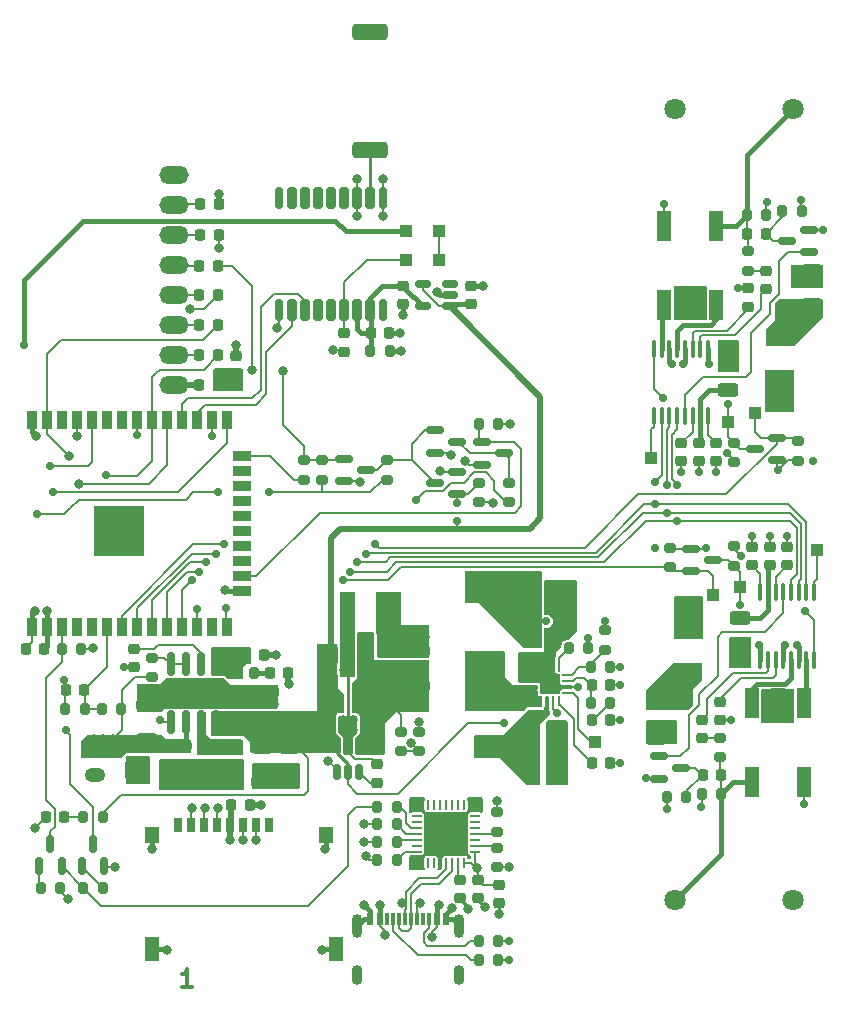
<source format=gtl>
%TF.GenerationSoftware,KiCad,Pcbnew,7.0.9*%
%TF.CreationDate,2024-01-04T13:11:27+01:00*%
%TF.ProjectId,OBSPro,4f425350-726f-42e6-9b69-6361645f7063,rev?*%
%TF.SameCoordinates,PX7270e00PY2255100*%
%TF.FileFunction,Copper,L1,Top*%
%TF.FilePolarity,Positive*%
%FSLAX46Y46*%
G04 Gerber Fmt 4.6, Leading zero omitted, Abs format (unit mm)*
G04 Created by KiCad (PCBNEW 7.0.9) date 2024-01-04 13:11:27*
%MOMM*%
%LPD*%
G01*
G04 APERTURE LIST*
G04 Aperture macros list*
%AMRoundRect*
0 Rectangle with rounded corners*
0 $1 Rounding radius*
0 $2 $3 $4 $5 $6 $7 $8 $9 X,Y pos of 4 corners*
0 Add a 4 corners polygon primitive as box body*
4,1,4,$2,$3,$4,$5,$6,$7,$8,$9,$2,$3,0*
0 Add four circle primitives for the rounded corners*
1,1,$1+$1,$2,$3*
1,1,$1+$1,$4,$5*
1,1,$1+$1,$6,$7*
1,1,$1+$1,$8,$9*
0 Add four rect primitives between the rounded corners*
20,1,$1+$1,$2,$3,$4,$5,0*
20,1,$1+$1,$4,$5,$6,$7,0*
20,1,$1+$1,$6,$7,$8,$9,0*
20,1,$1+$1,$8,$9,$2,$3,0*%
G04 Aperture macros list end*
%ADD10C,0.300000*%
%TA.AperFunction,NonConductor*%
%ADD11C,0.300000*%
%TD*%
%TA.AperFunction,SMDPad,CuDef*%
%ADD12RoundRect,0.218750X-0.218750X-0.256250X0.218750X-0.256250X0.218750X0.256250X-0.218750X0.256250X0*%
%TD*%
%TA.AperFunction,SMDPad,CuDef*%
%ADD13RoundRect,0.225000X0.250000X-0.225000X0.250000X0.225000X-0.250000X0.225000X-0.250000X-0.225000X0*%
%TD*%
%TA.AperFunction,SMDPad,CuDef*%
%ADD14R,1.000000X1.000000*%
%TD*%
%TA.AperFunction,SMDPad,CuDef*%
%ADD15R,3.600000X1.150000*%
%TD*%
%TA.AperFunction,SMDPad,CuDef*%
%ADD16RoundRect,0.200000X-0.200000X-0.275000X0.200000X-0.275000X0.200000X0.275000X-0.200000X0.275000X0*%
%TD*%
%TA.AperFunction,SMDPad,CuDef*%
%ADD17RoundRect,0.250000X-0.625000X0.312500X-0.625000X-0.312500X0.625000X-0.312500X0.625000X0.312500X0*%
%TD*%
%TA.AperFunction,SMDPad,CuDef*%
%ADD18RoundRect,0.150000X-0.150000X0.825000X-0.150000X-0.825000X0.150000X-0.825000X0.150000X0.825000X0*%
%TD*%
%TA.AperFunction,SMDPad,CuDef*%
%ADD19R,2.300000X2.300000*%
%TD*%
%TA.AperFunction,SMDPad,CuDef*%
%ADD20RoundRect,0.200000X0.200000X0.275000X-0.200000X0.275000X-0.200000X-0.275000X0.200000X-0.275000X0*%
%TD*%
%TA.AperFunction,SMDPad,CuDef*%
%ADD21RoundRect,0.350000X1.150000X0.350000X-1.150000X0.350000X-1.150000X-0.350000X1.150000X-0.350000X0*%
%TD*%
%TA.AperFunction,SMDPad,CuDef*%
%ADD22RoundRect,0.225000X-0.250000X0.225000X-0.250000X-0.225000X0.250000X-0.225000X0.250000X0.225000X0*%
%TD*%
%TA.AperFunction,SMDPad,CuDef*%
%ADD23RoundRect,0.225000X-0.225000X-0.250000X0.225000X-0.250000X0.225000X0.250000X-0.225000X0.250000X0*%
%TD*%
%TA.AperFunction,SMDPad,CuDef*%
%ADD24RoundRect,0.250000X-0.650000X0.325000X-0.650000X-0.325000X0.650000X-0.325000X0.650000X0.325000X0*%
%TD*%
%TA.AperFunction,SMDPad,CuDef*%
%ADD25RoundRect,0.250000X0.650000X-0.325000X0.650000X0.325000X-0.650000X0.325000X-0.650000X-0.325000X0*%
%TD*%
%TA.AperFunction,SMDPad,CuDef*%
%ADD26RoundRect,0.250000X0.625000X-0.312500X0.625000X0.312500X-0.625000X0.312500X-0.625000X-0.312500X0*%
%TD*%
%TA.AperFunction,SMDPad,CuDef*%
%ADD27RoundRect,0.100000X0.100000X-0.637500X0.100000X0.637500X-0.100000X0.637500X-0.100000X-0.637500X0*%
%TD*%
%TA.AperFunction,SMDPad,CuDef*%
%ADD28RoundRect,0.250000X-0.300000X-0.300000X0.300000X-0.300000X0.300000X0.300000X-0.300000X0.300000X0*%
%TD*%
%TA.AperFunction,SMDPad,CuDef*%
%ADD29RoundRect,0.225000X0.225000X0.250000X-0.225000X0.250000X-0.225000X-0.250000X0.225000X-0.250000X0*%
%TD*%
%TA.AperFunction,SMDPad,CuDef*%
%ADD30RoundRect,0.150000X-0.587500X-0.150000X0.587500X-0.150000X0.587500X0.150000X-0.587500X0.150000X0*%
%TD*%
%TA.AperFunction,SMDPad,CuDef*%
%ADD31RoundRect,0.200000X0.275000X-0.200000X0.275000X0.200000X-0.275000X0.200000X-0.275000X-0.200000X0*%
%TD*%
%TA.AperFunction,SMDPad,CuDef*%
%ADD32RoundRect,0.250000X0.300000X0.300000X-0.300000X0.300000X-0.300000X-0.300000X0.300000X-0.300000X0*%
%TD*%
%TA.AperFunction,SMDPad,CuDef*%
%ADD33RoundRect,0.200000X-0.275000X0.200000X-0.275000X-0.200000X0.275000X-0.200000X0.275000X0.200000X0*%
%TD*%
%TA.AperFunction,SMDPad,CuDef*%
%ADD34RoundRect,0.150000X0.587500X0.150000X-0.587500X0.150000X-0.587500X-0.150000X0.587500X-0.150000X0*%
%TD*%
%TA.AperFunction,ComponentPad*%
%ADD35RoundRect,0.250000X-0.625000X0.350000X-0.625000X-0.350000X0.625000X-0.350000X0.625000X0.350000X0*%
%TD*%
%TA.AperFunction,ComponentPad*%
%ADD36O,1.750000X1.200000*%
%TD*%
%TA.AperFunction,SMDPad,CuDef*%
%ADD37RoundRect,0.175000X0.175000X-0.725000X0.175000X0.725000X-0.175000X0.725000X-0.175000X-0.725000X0*%
%TD*%
%TA.AperFunction,SMDPad,CuDef*%
%ADD38RoundRect,0.200000X0.200000X-0.700000X0.200000X0.700000X-0.200000X0.700000X-0.200000X-0.700000X0*%
%TD*%
%TA.AperFunction,SMDPad,CuDef*%
%ADD39RoundRect,0.250000X-1.400000X-1.000000X1.400000X-1.000000X1.400000X1.000000X-1.400000X1.000000X0*%
%TD*%
%TA.AperFunction,SMDPad,CuDef*%
%ADD40R,1.150000X3.600000*%
%TD*%
%TA.AperFunction,SMDPad,CuDef*%
%ADD41RoundRect,0.150000X0.512500X0.150000X-0.512500X0.150000X-0.512500X-0.150000X0.512500X-0.150000X0*%
%TD*%
%TA.AperFunction,SMDPad,CuDef*%
%ADD42R,0.600000X1.140000*%
%TD*%
%TA.AperFunction,SMDPad,CuDef*%
%ADD43R,0.300000X1.140000*%
%TD*%
%TA.AperFunction,ComponentPad*%
%ADD44O,0.900000X2.000000*%
%TD*%
%TA.AperFunction,ComponentPad*%
%ADD45O,0.900000X1.700000*%
%TD*%
%TA.AperFunction,SMDPad,CuDef*%
%ADD46RoundRect,0.218750X0.256250X-0.218750X0.256250X0.218750X-0.256250X0.218750X-0.256250X-0.218750X0*%
%TD*%
%TA.AperFunction,ComponentPad*%
%ADD47O,2.500000X1.500000*%
%TD*%
%TA.AperFunction,SMDPad,CuDef*%
%ADD48RoundRect,0.250000X0.325000X0.650000X-0.325000X0.650000X-0.325000X-0.650000X0.325000X-0.650000X0*%
%TD*%
%TA.AperFunction,SMDPad,CuDef*%
%ADD49RoundRect,0.062500X0.062500X-0.350000X0.062500X0.350000X-0.062500X0.350000X-0.062500X-0.350000X0*%
%TD*%
%TA.AperFunction,SMDPad,CuDef*%
%ADD50RoundRect,0.062500X0.350000X-0.062500X0.350000X0.062500X-0.350000X0.062500X-0.350000X-0.062500X0*%
%TD*%
%TA.AperFunction,SMDPad,CuDef*%
%ADD51R,1.680000X1.680000*%
%TD*%
%TA.AperFunction,SMDPad,CuDef*%
%ADD52RoundRect,0.150000X0.150000X-0.587500X0.150000X0.587500X-0.150000X0.587500X-0.150000X-0.587500X0*%
%TD*%
%TA.AperFunction,SMDPad,CuDef*%
%ADD53RoundRect,0.250000X-0.325000X-0.650000X0.325000X-0.650000X0.325000X0.650000X-0.325000X0.650000X0*%
%TD*%
%TA.AperFunction,SMDPad,CuDef*%
%ADD54R,1.200000X2.500000*%
%TD*%
%TA.AperFunction,SMDPad,CuDef*%
%ADD55R,0.900000X1.500000*%
%TD*%
%TA.AperFunction,SMDPad,CuDef*%
%ADD56R,1.500000X0.900000*%
%TD*%
%TA.AperFunction,SMDPad,CuDef*%
%ADD57R,1.050000X1.050000*%
%TD*%
%TA.AperFunction,HeatsinkPad*%
%ADD58C,0.475000*%
%TD*%
%TA.AperFunction,SMDPad,CuDef*%
%ADD59R,4.200000X4.200000*%
%TD*%
%TA.AperFunction,SMDPad,CuDef*%
%ADD60RoundRect,0.150000X-0.150000X0.512500X-0.150000X-0.512500X0.150000X-0.512500X0.150000X0.512500X0*%
%TD*%
%TA.AperFunction,SMDPad,CuDef*%
%ADD61R,2.500000X1.900000*%
%TD*%
%TA.AperFunction,SMDPad,CuDef*%
%ADD62RoundRect,0.250000X-0.550000X1.500000X-0.550000X-1.500000X0.550000X-1.500000X0.550000X1.500000X0*%
%TD*%
%TA.AperFunction,SMDPad,CuDef*%
%ADD63RoundRect,0.250000X0.550000X-1.500000X0.550000X1.500000X-0.550000X1.500000X-0.550000X-1.500000X0*%
%TD*%
%TA.AperFunction,ComponentPad*%
%ADD64C,1.800000*%
%TD*%
%TA.AperFunction,SMDPad,CuDef*%
%ADD65RoundRect,0.062500X0.062500X-0.337500X0.062500X0.337500X-0.062500X0.337500X-0.062500X-0.337500X0*%
%TD*%
%TA.AperFunction,SMDPad,CuDef*%
%ADD66RoundRect,0.062500X0.337500X-0.062500X0.337500X0.062500X-0.337500X0.062500X-0.337500X-0.062500X0*%
%TD*%
%TA.AperFunction,SMDPad,CuDef*%
%ADD67R,3.350000X3.350000*%
%TD*%
%TA.AperFunction,SMDPad,CuDef*%
%ADD68RoundRect,0.100000X-0.100000X0.637500X-0.100000X-0.637500X0.100000X-0.637500X0.100000X0.637500X0*%
%TD*%
%TA.AperFunction,SMDPad,CuDef*%
%ADD69R,0.700000X1.300000*%
%TD*%
%TA.AperFunction,SMDPad,CuDef*%
%ADD70R,1.200000X1.400000*%
%TD*%
%TA.AperFunction,SMDPad,CuDef*%
%ADD71R,1.200000X2.000000*%
%TD*%
%TA.AperFunction,ViaPad*%
%ADD72C,0.800000*%
%TD*%
%TA.AperFunction,ViaPad*%
%ADD73C,0.700000*%
%TD*%
%TA.AperFunction,Conductor*%
%ADD74C,0.200000*%
%TD*%
%TA.AperFunction,Conductor*%
%ADD75C,0.500000*%
%TD*%
%TA.AperFunction,Conductor*%
%ADD76C,0.400000*%
%TD*%
%TA.AperFunction,Conductor*%
%ADD77C,0.250000*%
%TD*%
%TA.AperFunction,Conductor*%
%ADD78C,0.290000*%
%TD*%
G04 APERTURE END LIST*
D10*
D11*
X15128572Y-82878328D02*
X14271429Y-82878328D01*
X14700000Y-82878328D02*
X14700000Y-81378328D01*
X14700000Y-81378328D02*
X14557143Y-81592614D01*
X14557143Y-81592614D02*
X14414286Y-81735471D01*
X14414286Y-81735471D02*
X14271429Y-81806900D01*
D12*
%TO.P,FB7,1*%
%TO.N,Net-(J3-Pin_7)*%
X15812500Y-16600000D03*
%TO.P,FB7,2*%
%TO.N,/Controller/BUTTON*%
X17387500Y-16600000D03*
%TD*%
%TO.P,FB6,1*%
%TO.N,Net-(J3-Pin_6)*%
X15812500Y-19200000D03*
%TO.P,FB6,2*%
%TO.N,/Controller/LCD_CS*%
X17387500Y-19200000D03*
%TD*%
%TO.P,FB5,1*%
%TO.N,Net-(J3-Pin_5)*%
X15712500Y-21800000D03*
%TO.P,FB5,2*%
%TO.N,/Controller/LCD_RES*%
X17287500Y-21800000D03*
%TD*%
%TO.P,FB4,1*%
%TO.N,Net-(J3-Pin_4)*%
X15712500Y-24300000D03*
%TO.P,FB4,2*%
%TO.N,/Controller/LCD_A0*%
X17287500Y-24300000D03*
%TD*%
%TO.P,FB3,1*%
%TO.N,Net-(J3-Pin_3)*%
X15712500Y-26800000D03*
%TO.P,FB3,2*%
%TO.N,/Controller/MOSI*%
X17287500Y-26800000D03*
%TD*%
%TO.P,FB2,1*%
%TO.N,Net-(J3-Pin_2)*%
X15712500Y-29400000D03*
%TO.P,FB2,2*%
%TO.N,/Controller/SCK*%
X17287500Y-29400000D03*
%TD*%
%TO.P,FB1,2*%
%TO.N,+3V3*%
X17287500Y-31900000D03*
%TO.P,FB1,1*%
%TO.N,Net-(J3-Pin_1)*%
X15712500Y-31900000D03*
%TD*%
D13*
%TO.P,C49,1*%
%TO.N,+3V3*%
X18800000Y-30975000D03*
%TO.P,C49,2*%
%TO.N,GND*%
X18800000Y-29425000D03*
%TD*%
D14*
%TO.P,TP4,1,1*%
%TO.N,/Sensors/Ultrasonic1/IO*%
X61500000Y-49000000D03*
%TD*%
D15*
%TO.P,L1,1*%
%TO.N,Net-(U1-SW)*%
X17600000Y-62525000D03*
%TO.P,L1,2*%
%TO.N,Net-(C8-Pad1)*%
X17600000Y-65475000D03*
%TD*%
D16*
%TO.P,R2,1*%
%TO.N,Net-(J1-CC2)*%
X39375000Y-79000000D03*
%TO.P,R2,2*%
%TO.N,GND*%
X41025000Y-79000000D03*
%TD*%
D17*
%TO.P,R44,1*%
%TO.N,+9V*%
X60500000Y-29437500D03*
%TO.P,R44,2*%
%TO.N,Net-(U9-VPWR)*%
X60500000Y-32362500D03*
%TD*%
D18*
%TO.P,U1,1,VIN*%
%TO.N,+USB*%
X17105000Y-55525000D03*
%TO.P,U1,2,LED1*%
%TO.N,Net-(D1-A)*%
X15835000Y-55525000D03*
%TO.P,U1,3,LED2*%
%TO.N,Net-(U1-LED2)*%
X14565000Y-55525000D03*
%TO.P,U1,4,LED3*%
X13295000Y-55525000D03*
%TO.P,U1,5,KEY*%
%TO.N,IP5306_BTN*%
X13295000Y-60475000D03*
%TO.P,U1,6,BAT*%
%TO.N,+BATT*%
X14565000Y-60475000D03*
%TO.P,U1,7,SW*%
%TO.N,Net-(U1-SW)*%
X15835000Y-60475000D03*
%TO.P,U1,8,VOUT*%
%TO.N,+5V*%
X17105000Y-60475000D03*
D19*
%TO.P,U1,9,GND*%
%TO.N,GND*%
X15200000Y-58000000D03*
%TD*%
D20*
%TO.P,R21,1*%
%TO.N,/Controller/~USB_DTR*%
X3925000Y-74500000D03*
%TO.P,R21,2*%
%TO.N,Net-(Q1-B)*%
X2275000Y-74500000D03*
%TD*%
%TO.P,R40,1*%
%TO.N,GND*%
X66724999Y-17200000D03*
%TO.P,R40,2*%
%TO.N,Net-(Q9-D)*%
X65074999Y-17200000D03*
%TD*%
D21*
%TO.P,AE1,1,FEED*%
%TO.N,/Sensors/ANT*%
X30200000Y-12000000D03*
%TO.P,AE1,2,PCB_Trace*%
%TO.N,unconnected-(AE1-PCB_Trace-Pad2)*%
X30200000Y-2000000D03*
%TD*%
D22*
%TO.P,C33,1*%
%TO.N,Net-(D4-K)*%
X28000000Y-27525000D03*
%TO.P,C33,2*%
%TO.N,GND*%
X28000000Y-29075000D03*
%TD*%
D16*
%TO.P,R38,1*%
%TO.N,/Sensors/Ultrasonic2/INP*%
X62074999Y-17500000D03*
%TO.P,R38,2*%
%TO.N,GND*%
X63724999Y-17500000D03*
%TD*%
D23*
%TO.P,C20,1*%
%TO.N,+BATT*%
X44025000Y-60800000D03*
%TO.P,C20,2*%
%TO.N,GND*%
X45575000Y-60800000D03*
%TD*%
D16*
%TO.P,R11,1*%
%TO.N,Net-(U4-FREQ)*%
X46975000Y-54200000D03*
%TO.P,R11,2*%
%TO.N,GND*%
X48625000Y-54200000D03*
%TD*%
D24*
%TO.P,C11,1*%
%TO.N,+3V3*%
X34300000Y-54425000D03*
%TO.P,C11,2*%
%TO.N,GND*%
X34300000Y-57375000D03*
%TD*%
D25*
%TO.P,C7,1*%
%TO.N,+BATT*%
X11300000Y-61975000D03*
%TO.P,C7,2*%
%TO.N,GND*%
X11300000Y-59025000D03*
%TD*%
D26*
%TO.P,R43,1*%
%TO.N,+9V*%
X61500000Y-54562500D03*
%TO.P,R43,2*%
%TO.N,Net-(U8-VPWR)*%
X61500000Y-51637500D03*
%TD*%
D27*
%TO.P,U8,1,GND*%
%TO.N,GND*%
X63225000Y-55162500D03*
%TO.P,U8,2,INP*%
%TO.N,Net-(U8-INP)*%
X63875000Y-55162500D03*
%TO.P,U8,3,INN*%
%TO.N,Net-(U8-INN)*%
X64525000Y-55162500D03*
%TO.P,U8,4,GND*%
%TO.N,GND*%
X65175000Y-55162500D03*
%TO.P,U8,5,OUTA*%
%TO.N,/Sensors/Ultrasonic1/OUTA*%
X65825000Y-55162500D03*
%TO.P,U8,6,GNDP*%
%TO.N,GND*%
X66475000Y-55162500D03*
%TO.P,U8,7,OUTB*%
%TO.N,/Sensors/Ultrasonic1/OUTB*%
X67125000Y-55162500D03*
%TO.P,U8,8,IO*%
%TO.N,/Sensors/Ultrasonic1/IO*%
X67775000Y-55162500D03*
%TO.P,U8,9,TEST*%
%TO.N,/Sensors/Ultrasonic1/TEST*%
X67775000Y-49437500D03*
%TO.P,U8,10,TXD*%
%TO.N,US_MISO*%
X67125000Y-49437500D03*
%TO.P,U8,11,RXD*%
%TO.N,US_MOSI*%
X66475000Y-49437500D03*
%TO.P,U8,12,SCLK*%
%TO.N,US_SCK*%
X65825000Y-49437500D03*
%TO.P,U8,13,DECPL*%
%TO.N,/Sensors/Ultrasonic1/DECPL*%
X65175000Y-49437500D03*
%TO.P,U8,14,IOREG*%
%TO.N,/Sensors/Ultrasonic1/IOREG*%
X64525000Y-49437500D03*
%TO.P,U8,15,VPWR*%
%TO.N,Net-(U8-VPWR)*%
X63875000Y-49437500D03*
%TO.P,U8,16,AVDD*%
%TO.N,/Sensors/Ultrasonic1/AVDD*%
X63225000Y-49437500D03*
%TD*%
D28*
%TO.P,D4,1,K*%
%TO.N,Net-(D4-K)*%
X33200000Y-21300000D03*
%TO.P,D4,2,A*%
%TO.N,Net-(D4-A)*%
X36000000Y-21300000D03*
%TD*%
D29*
%TO.P,C30,1*%
%TO.N,+3V3*%
X2575000Y-54220000D03*
%TO.P,C30,2*%
%TO.N,GND*%
X1025000Y-54220000D03*
%TD*%
D30*
%TO.P,Q4,1,G*%
%TO.N,Net-(Q4-G)*%
X35662500Y-35750000D03*
%TO.P,Q4,2,S*%
%TO.N,GND*%
X35662500Y-37650000D03*
%TO.P,Q4,3,D*%
%TO.N,Net-(Q3-D)*%
X37537500Y-36700000D03*
%TD*%
D13*
%TO.P,C36,1*%
%TO.N,/Sensors/Ultrasonic1/AVDD*%
X62500000Y-47175000D03*
%TO.P,C36,2*%
%TO.N,GND*%
X62500000Y-45625000D03*
%TD*%
D23*
%TO.P,C17,1*%
%TO.N,+BATT*%
X44025000Y-65300000D03*
%TO.P,C17,2*%
%TO.N,GND*%
X45575000Y-65300000D03*
%TD*%
D16*
%TO.P,R4,1*%
%TO.N,+USB*%
X18675000Y-56300000D03*
%TO.P,R4,2*%
%TO.N,Net-(C6-Pad1)*%
X20325000Y-56300000D03*
%TD*%
D22*
%TO.P,C27,1*%
%TO.N,+USB*%
X41100000Y-74225000D03*
%TO.P,C27,2*%
%TO.N,GND*%
X41100000Y-75775000D03*
%TD*%
D31*
%TO.P,R35,1*%
%TO.N,US_IO_1*%
X55600000Y-47325000D03*
%TO.P,R35,2*%
%TO.N,+3V3*%
X55600000Y-45675000D03*
%TD*%
D32*
%TO.P,D5,1,K*%
%TO.N,Net-(D4-A)*%
X36000000Y-18900000D03*
%TO.P,D5,2,A*%
%TO.N,+BATT*%
X33200000Y-18900000D03*
%TD*%
D33*
%TO.P,R6,1*%
%TO.N,Net-(U1-LED2)*%
X11700000Y-54975000D03*
%TO.P,R6,2*%
%TO.N,+BATT*%
X11700000Y-56625000D03*
%TD*%
D22*
%TO.P,C29,1*%
%TO.N,/Controller/VDD_USB*%
X37800000Y-73825000D03*
%TO.P,C29,2*%
%TO.N,GND*%
X37800000Y-75375000D03*
%TD*%
D31*
%TO.P,R26,1*%
%TO.N,+BATT*%
X31600000Y-39925000D03*
%TO.P,R26,2*%
%TO.N,Net-(Q4-G)*%
X31600000Y-38275000D03*
%TD*%
D34*
%TO.P,Q10,1,G*%
%TO.N,+3V3*%
X64637500Y-38249999D03*
%TO.P,Q10,2,S*%
%TO.N,US_IO_2*%
X64637500Y-36349999D03*
%TO.P,Q10,3,D*%
%TO.N,/Sensors/Ultrasonic2/IO*%
X62762500Y-37299999D03*
%TD*%
D35*
%TO.P,J2,1,Pin_1*%
%TO.N,+BATT*%
X6850000Y-62900000D03*
D36*
%TO.P,J2,2,Pin_2*%
%TO.N,GND*%
X6850000Y-64900000D03*
%TD*%
D37*
%TO.P,U7,1,GND*%
%TO.N,GND*%
X22500000Y-25550000D03*
D38*
%TO.P,U7,2,TXD*%
%TO.N,GPS_TX*%
X23600000Y-25550000D03*
%TO.P,U7,3,RXD*%
%TO.N,GPS_RX*%
X24700000Y-25550000D03*
%TO.P,U7,4,TIMEPULSE*%
%TO.N,unconnected-(U7-TIMEPULSE-Pad4)*%
X25800000Y-25550000D03*
%TO.P,U7,5,EXTINT*%
%TO.N,unconnected-(U7-EXTINT-Pad5)*%
X26900000Y-25550000D03*
%TO.P,U7,6,V_BCKP*%
%TO.N,Net-(D4-K)*%
X28000000Y-25550000D03*
%TO.P,U7,7,VCC_IO*%
%TO.N,+3V3GPS*%
X29100000Y-25550000D03*
%TO.P,U7,8,VCC*%
X30200000Y-25550000D03*
D37*
%TO.P,U7,9,~{RESET}*%
%TO.N,unconnected-(U7-~{RESET}-Pad9)*%
X31300000Y-25550000D03*
%TO.P,U7,10,GND*%
%TO.N,GND*%
X31300000Y-16050000D03*
D38*
%TO.P,U7,11,RF_IN*%
%TO.N,/Sensors/ANT*%
X30200000Y-16050000D03*
%TO.P,U7,12,GND*%
%TO.N,GND*%
X29100000Y-16050000D03*
%TO.P,U7,13,LNA_EN*%
%TO.N,unconnected-(U7-LNA_EN-Pad13)*%
X28000000Y-16050000D03*
%TO.P,U7,14,VCC_RF*%
%TO.N,unconnected-(U7-VCC_RF-Pad14)*%
X26900000Y-16050000D03*
%TO.P,U7,15,VIO_SEL*%
%TO.N,unconnected-(U7-VIO_SEL-Pad15)*%
X25800000Y-16050000D03*
%TO.P,U7,16,SDA*%
%TO.N,unconnected-(U7-SDA-Pad16)*%
X24700000Y-16050000D03*
%TO.P,U7,17,SCL*%
%TO.N,unconnected-(U7-SCL-Pad17)*%
X23600000Y-16050000D03*
D37*
%TO.P,U7,18,~{SAFEBOOT}*%
%TO.N,unconnected-(U7-~{SAFEBOOT}-Pad18)*%
X22500000Y-16050000D03*
%TD*%
D20*
%TO.P,R32,1*%
%TO.N,/Sensors/Ultrasonic1/INP*%
X59925000Y-66500000D03*
%TO.P,R32,2*%
%TO.N,GND*%
X58275000Y-66500000D03*
%TD*%
D39*
%TO.P,D3,1,K*%
%TO.N,+9V*%
X39900000Y-48900000D03*
%TO.P,D3,2,A*%
%TO.N,Net-(D3-A)*%
X39900000Y-55700000D03*
%TD*%
D20*
%TO.P,R23,1*%
%TO.N,+BATT*%
X9125000Y-59300000D03*
%TO.P,R23,2*%
%TO.N,/Controller/BATT_MEAS*%
X7475000Y-59300000D03*
%TD*%
D34*
%TO.P,Q6,1,G*%
%TO.N,+5V*%
X37537500Y-41150000D03*
%TO.P,Q6,2,S*%
%TO.N,GND*%
X37537500Y-39250000D03*
%TO.P,Q6,3,D*%
%TO.N,Net-(Q4-G)*%
X35662500Y-40200000D03*
%TD*%
D14*
%TO.P,TP5,1,1*%
%TO.N,/Sensors/Ultrasonic2/TEST*%
X54000001Y-38100000D03*
%TD*%
D13*
%TO.P,C45,1*%
%TO.N,Net-(U9-INP)*%
X63699999Y-23775000D03*
%TO.P,C45,2*%
%TO.N,Net-(C45-Pad2)*%
X63699999Y-22225000D03*
%TD*%
D22*
%TO.P,C41,1*%
%TO.N,Net-(U9-VPWR)*%
X58000000Y-36825000D03*
%TO.P,C41,2*%
%TO.N,GND*%
X58000000Y-38375000D03*
%TD*%
D16*
%TO.P,R22,1*%
%TO.N,/Controller/~USB_RTS*%
X5875000Y-74500000D03*
%TO.P,R22,2*%
%TO.N,Net-(Q2-B)*%
X7525000Y-74500000D03*
%TD*%
D13*
%TO.P,C40,1*%
%TO.N,GND*%
X59800000Y-60275000D03*
%TO.P,C40,2*%
%TO.N,Net-(U8-INN)*%
X59800000Y-58725000D03*
%TD*%
D16*
%TO.P,R9,1*%
%TO.N,+3V3GPS*%
X30175000Y-29000000D03*
%TO.P,R9,2*%
%TO.N,+3V3*%
X31825000Y-29000000D03*
%TD*%
D23*
%TO.P,C18,1*%
%TO.N,+BATT*%
X44025000Y-63800000D03*
%TO.P,C18,2*%
%TO.N,GND*%
X45575000Y-63800000D03*
%TD*%
D40*
%TO.P,L2,1*%
%TO.N,/Power Supply/SW*%
X28325000Y-51200000D03*
%TO.P,L2,2*%
%TO.N,+3V3*%
X31275000Y-51200000D03*
%TD*%
D16*
%TO.P,R3,1*%
%TO.N,Net-(J1-CC1)*%
X39375000Y-80600000D03*
%TO.P,R3,2*%
%TO.N,GND*%
X41025000Y-80600000D03*
%TD*%
D13*
%TO.P,C37,1*%
%TO.N,/Sensors/Ultrasonic1/IOREG*%
X65500000Y-47175000D03*
%TO.P,C37,2*%
%TO.N,GND*%
X65500000Y-45625000D03*
%TD*%
D41*
%TO.P,U3,1,VCC*%
%TO.N,+5V*%
X36937500Y-25250000D03*
%TO.P,U3,2,GND*%
%TO.N,GND*%
X36937500Y-24300000D03*
%TO.P,U3,3,NC*%
%TO.N,unconnected-(U3-NC-Pad3)*%
X36937500Y-23350000D03*
%TO.P,U3,4,EN*%
%TO.N,+5V*%
X34662500Y-23350000D03*
%TO.P,U3,5,VOUT*%
%TO.N,+3V3GPS*%
X34662500Y-25250000D03*
%TD*%
D26*
%TO.P,R31,1*%
%TO.N,+9V*%
X54400000Y-61762500D03*
%TO.P,R31,2*%
%TO.N,Net-(T1-PM)*%
X54400000Y-58837500D03*
%TD*%
D33*
%TO.P,R10,1*%
%TO.N,+9V*%
X50100000Y-52675000D03*
%TO.P,R10,2*%
%TO.N,Net-(U4-FB)*%
X50100000Y-54325000D03*
%TD*%
D16*
%TO.P,R14,1*%
%TO.N,/Controller/EN*%
X4075000Y-54220000D03*
%TO.P,R14,2*%
%TO.N,+3V3*%
X5725000Y-54220000D03*
%TD*%
D42*
%TO.P,J1,A1,GND*%
%TO.N,GND*%
X30200000Y-77127500D03*
%TO.P,J1,A4,VBUS*%
%TO.N,+USB*%
X31000000Y-77127500D03*
D43*
%TO.P,J1,A5,CC1*%
%TO.N,Net-(J1-CC1)*%
X32150000Y-77127500D03*
%TO.P,J1,A6,D+*%
%TO.N,USB_DP*%
X33150000Y-77127500D03*
%TO.P,J1,A7,D-*%
%TO.N,USB_DN*%
X33650000Y-77127500D03*
%TO.P,J1,A8,SBU1*%
%TO.N,unconnected-(J1-SBU1-PadA8)*%
X34650000Y-77127500D03*
D42*
%TO.P,J1,B1,GND*%
%TO.N,GND*%
X36600000Y-77127500D03*
%TO.P,J1,B4,VBUS*%
%TO.N,+USB*%
X35800000Y-77127500D03*
D43*
%TO.P,J1,B5,CC2*%
%TO.N,Net-(J1-CC2)*%
X35150000Y-77127500D03*
%TO.P,J1,B6,D+*%
%TO.N,USB_DP*%
X34150000Y-77127500D03*
%TO.P,J1,B7,D-*%
%TO.N,USB_DN*%
X32650000Y-77127500D03*
%TO.P,J1,B8,SBU2*%
%TO.N,unconnected-(J1-SBU2-PadB8)*%
X31650000Y-77127500D03*
D44*
%TO.P,J1,S1,SHIELD*%
%TO.N,GND*%
X29075000Y-77697500D03*
D45*
X29075000Y-81877500D03*
D44*
X37725000Y-77697500D03*
D45*
X37725000Y-81877500D03*
%TD*%
D22*
%TO.P,C38,1*%
%TO.N,Net-(U8-INP)*%
X58300000Y-60225000D03*
%TO.P,C38,2*%
%TO.N,Net-(C38-Pad2)*%
X58300000Y-61775000D03*
%TD*%
D46*
%TO.P,D1,1,K*%
%TO.N,GND*%
X10200000Y-55787500D03*
%TO.P,D1,2,A*%
%TO.N,Net-(D1-A)*%
X10200000Y-54212500D03*
%TD*%
D47*
%TO.P,J3,1,Pin_1*%
%TO.N,Net-(J3-Pin_1)*%
X13600000Y-31900000D03*
%TO.P,J3,2,Pin_2*%
%TO.N,Net-(J3-Pin_2)*%
X13600000Y-29360000D03*
%TO.P,J3,3,Pin_3*%
%TO.N,Net-(J3-Pin_3)*%
X13600000Y-26820000D03*
%TO.P,J3,4,Pin_4*%
%TO.N,Net-(J3-Pin_4)*%
X13600000Y-24280000D03*
%TO.P,J3,5,Pin_5*%
%TO.N,Net-(J3-Pin_5)*%
X13600000Y-21740000D03*
%TO.P,J3,6,Pin_6*%
%TO.N,Net-(J3-Pin_6)*%
X13600000Y-19200000D03*
%TO.P,J3,7,Pin_7*%
%TO.N,Net-(J3-Pin_7)*%
X13600000Y-16660000D03*
%TO.P,J3,8,Pin_8*%
%TO.N,GND*%
X13600000Y-14120000D03*
%TD*%
D23*
%TO.P,C25,1*%
%TO.N,Net-(C25-Pad1)*%
X48925000Y-60300000D03*
%TO.P,C25,2*%
%TO.N,GND*%
X50475000Y-60300000D03*
%TD*%
D22*
%TO.P,C47,1*%
%TO.N,GND*%
X62199999Y-23725000D03*
%TO.P,C47,2*%
%TO.N,Net-(U9-INN)*%
X62199999Y-25275000D03*
%TD*%
D14*
%TO.P,TP2,1,1*%
%TO.N,/Sensors/Ultrasonic1/TEST*%
X68000000Y-45900000D03*
%TD*%
D30*
%TO.P,Q5,1,G*%
%TO.N,/Controller/BUTTON*%
X27962500Y-38150000D03*
%TO.P,Q5,2,S*%
%TO.N,GND*%
X27962500Y-40050000D03*
%TO.P,Q5,3,D*%
%TO.N,Net-(Q4-G)*%
X29837500Y-39100000D03*
%TD*%
D33*
%TO.P,R29,1*%
%TO.N,/Controller/BUTTON*%
X24600000Y-38275000D03*
%TO.P,R29,2*%
%TO.N,/Controller/BTN_READ*%
X24600000Y-39925000D03*
%TD*%
D30*
%TO.P,Q8,1,G*%
%TO.N,+3V3*%
X57362500Y-45750000D03*
%TO.P,Q8,2,S*%
%TO.N,US_IO_1*%
X57362500Y-47650000D03*
%TO.P,Q8,3,D*%
%TO.N,/Sensors/Ultrasonic1/IO*%
X59237500Y-46700000D03*
%TD*%
D23*
%TO.P,C5,1*%
%TO.N,+USB*%
X19625000Y-54800000D03*
%TO.P,C5,2*%
%TO.N,GND*%
X21175000Y-54800000D03*
%TD*%
D22*
%TO.P,C28,1*%
%TO.N,+USB*%
X39300000Y-73825000D03*
%TO.P,C28,2*%
%TO.N,GND*%
X39300000Y-75375000D03*
%TD*%
D30*
%TO.P,Q3,1,G*%
%TO.N,/Controller/BTN_PRESS*%
X39662500Y-36750000D03*
%TO.P,Q3,2,S*%
%TO.N,GND*%
X39662500Y-38650000D03*
%TO.P,Q3,3,D*%
%TO.N,Net-(Q3-D)*%
X41537500Y-37700000D03*
%TD*%
D23*
%TO.P,C31,1*%
%TO.N,+3V3*%
X18425000Y-67500000D03*
%TO.P,C31,2*%
%TO.N,GND*%
X19975000Y-67500000D03*
%TD*%
D22*
%TO.P,C43,1*%
%TO.N,/Sensors/Ultrasonic2/AVDD*%
X59500000Y-36825000D03*
%TO.P,C43,2*%
%TO.N,GND*%
X59500000Y-38375000D03*
%TD*%
D33*
%TO.P,R30,1*%
%TO.N,+5V*%
X39400000Y-40175000D03*
%TO.P,R30,2*%
%TO.N,GND*%
X39400000Y-41825000D03*
%TD*%
D22*
%TO.P,C44,1*%
%TO.N,/Sensors/Ultrasonic2/IOREG*%
X56500000Y-36825000D03*
%TO.P,C44,2*%
%TO.N,GND*%
X56500000Y-38375000D03*
%TD*%
D48*
%TO.P,C8,1*%
%TO.N,Net-(C8-Pad1)*%
X12970000Y-64500000D03*
%TO.P,C8,2*%
%TO.N,GND*%
X10020000Y-64500000D03*
%TD*%
D23*
%TO.P,C6,1*%
%TO.N,Net-(C6-Pad1)*%
X21700000Y-56300000D03*
%TO.P,C6,2*%
%TO.N,GND*%
X23250000Y-56300000D03*
%TD*%
D20*
%TO.P,R18,1*%
%TO.N,Net-(U5-~{RTS})*%
X32425000Y-67600000D03*
%TO.P,R18,2*%
%TO.N,/Controller/~USB_RTS*%
X30775000Y-67600000D03*
%TD*%
D25*
%TO.P,C3,1*%
%TO.N,+5V*%
X21500000Y-60875000D03*
%TO.P,C3,2*%
%TO.N,GND*%
X21500000Y-57925000D03*
%TD*%
D14*
%TO.P,TP7,1,1*%
%TO.N,/Sensors/Ultrasonic2/IO*%
X60500000Y-34999999D03*
%TD*%
D23*
%TO.P,C42,1*%
%TO.N,/Sensors/Ultrasonic2/INP*%
X62124999Y-19100000D03*
%TO.P,C42,2*%
%TO.N,Net-(Q9-D)*%
X63674999Y-19100000D03*
%TD*%
D33*
%TO.P,R7,1*%
%TO.N,+3V3*%
X34300000Y-61275000D03*
%TO.P,R7,2*%
%TO.N,Net-(U2-VFB)*%
X34300000Y-62925000D03*
%TD*%
D49*
%TO.P,U4,1,SW*%
%TO.N,Net-(D3-A)*%
X44650000Y-58662500D03*
%TO.P,U4,2,VIN*%
%TO.N,+BATT*%
X45150000Y-58662500D03*
%TO.P,U4,3,EN*%
%TO.N,+5V*%
X45650000Y-58662500D03*
%TO.P,U4,4,SS*%
%TO.N,Net-(U4-SS)*%
X46150000Y-58662500D03*
D50*
%TO.P,U4,5,SYNC*%
%TO.N,Net-(U4-SYNC)*%
X46862500Y-57950000D03*
%TO.P,U4,6,AGND*%
%TO.N,GND*%
X46862500Y-57450000D03*
%TO.P,U4,7,COMP*%
%TO.N,Net-(U4-COMP)*%
X46862500Y-56950000D03*
%TO.P,U4,8,FB*%
%TO.N,Net-(U4-FB)*%
X46862500Y-56450000D03*
D49*
%TO.P,U4,9,FREQ*%
%TO.N,Net-(U4-FREQ)*%
X46150000Y-55737500D03*
%TO.P,U4,10,NC*%
%TO.N,GND*%
X45650000Y-55737500D03*
%TO.P,U4,11,PGND*%
X45150000Y-55737500D03*
%TO.P,U4,12,PGND*%
X44650000Y-55737500D03*
D50*
%TO.P,U4,13,PGND*%
X43937500Y-56450000D03*
%TO.P,U4,14,NC*%
X43937500Y-56950000D03*
%TO.P,U4,15,SW*%
%TO.N,Net-(D3-A)*%
X43937500Y-57450000D03*
%TO.P,U4,16,SW*%
X43937500Y-57950000D03*
D51*
%TO.P,U4,17,PowerPAD*%
%TO.N,GND*%
X45400000Y-57200000D03*
%TD*%
D20*
%TO.P,R1,1*%
%TO.N,+5V*%
X7525000Y-68500000D03*
%TO.P,R1,2*%
%TO.N,Net-(D2-A)*%
X5875000Y-68500000D03*
%TD*%
D52*
%TO.P,Q2,1,B*%
%TO.N,Net-(Q2-B)*%
X5750000Y-72637500D03*
%TO.P,Q2,2,E*%
%TO.N,/Controller/~USB_DTR*%
X7650000Y-72637500D03*
%TO.P,Q2,3,C*%
%TO.N,/Controller/GPIO0*%
X6700000Y-70762500D03*
%TD*%
D31*
%TO.P,R39,1*%
%TO.N,Net-(C45-Pad2)*%
X62199999Y-22225000D03*
%TO.P,R39,2*%
%TO.N,/Sensors/Ultrasonic2/INP*%
X62199999Y-20575000D03*
%TD*%
D20*
%TO.P,R19,1*%
%TO.N,Net-(U5-~{DTR})*%
X32425000Y-72100000D03*
%TO.P,R19,2*%
%TO.N,/Controller/~USB_DTR*%
X30775000Y-72100000D03*
%TD*%
D33*
%TO.P,R42,1*%
%TO.N,/Sensors/Ultrasonic2/IO*%
X61000000Y-36774999D03*
%TO.P,R42,2*%
%TO.N,+9V*%
X61000000Y-38424999D03*
%TD*%
D53*
%TO.P,C23,1*%
%TO.N,+9V*%
X44125000Y-49500000D03*
%TO.P,C23,2*%
%TO.N,GND*%
X47075000Y-49500000D03*
%TD*%
D23*
%TO.P,C26,1*%
%TO.N,Net-(U4-COMP)*%
X48925000Y-57300000D03*
%TO.P,C26,2*%
%TO.N,GND*%
X50475000Y-57300000D03*
%TD*%
D14*
%TO.P,TP6,1,1*%
%TO.N,US_IO_2*%
X62800000Y-34299999D03*
%TD*%
D54*
%TO.P,T2,1,PR1*%
%TO.N,/Sensors/Ultrasonic2/OUTB*%
X55100000Y-25150000D03*
%TO.P,T2,2,PM*%
%TO.N,Net-(T2-PM)*%
X57300000Y-25150000D03*
%TO.P,T2,3,PR2*%
%TO.N,/Sensors/Ultrasonic2/OUTA*%
X59500000Y-25150000D03*
%TO.P,T2,4,S1*%
%TO.N,/Sensors/Ultrasonic2/INP*%
X59500000Y-18450000D03*
%TO.P,T2,6,S2*%
%TO.N,GND*%
X55100000Y-18450000D03*
%TD*%
D13*
%TO.P,C34,1*%
%TO.N,Net-(U8-VPWR)*%
X64000000Y-47175000D03*
%TO.P,C34,2*%
%TO.N,GND*%
X64000000Y-45625000D03*
%TD*%
D23*
%TO.P,C19,1*%
%TO.N,+BATT*%
X44025000Y-62300000D03*
%TO.P,C19,2*%
%TO.N,GND*%
X45575000Y-62300000D03*
%TD*%
D31*
%TO.P,R15,1*%
%TO.N,+3V3*%
X40900000Y-72725000D03*
%TO.P,R15,2*%
%TO.N,Net-(U5-~{RST})*%
X40900000Y-71075000D03*
%TD*%
D24*
%TO.P,C4,1*%
%TO.N,+5V*%
X23300000Y-62525000D03*
%TO.P,C4,2*%
%TO.N,GND*%
X23300000Y-65475000D03*
%TD*%
D14*
%TO.P,TP3,1,1*%
%TO.N,US_IO_1*%
X59200000Y-49700000D03*
%TD*%
D55*
%TO.P,U6,1,GND*%
%TO.N,GND*%
X1565000Y-52370000D03*
%TO.P,U6,2,VDD*%
%TO.N,+3V3*%
X2835000Y-52370000D03*
%TO.P,U6,3,EN*%
%TO.N,/Controller/EN*%
X4105000Y-52370000D03*
%TO.P,U6,4,SENSOR_VP*%
%TO.N,unconnected-(U6-SENSOR_VP-Pad4)*%
X5375000Y-52370000D03*
%TO.P,U6,5,SENSOR_VN*%
%TO.N,unconnected-(U6-SENSOR_VN-Pad5)*%
X6645000Y-52370000D03*
%TO.P,U6,6,IO34*%
%TO.N,/Controller/BATT_MEAS*%
X7915000Y-52370000D03*
%TO.P,U6,7,IO35*%
%TO.N,US_IO_2*%
X9185000Y-52370000D03*
%TO.P,U6,8,IO32*%
%TO.N,US_MISO*%
X10455000Y-52370000D03*
%TO.P,U6,9,IO33*%
%TO.N,US_MOSI*%
X11725000Y-52370000D03*
%TO.P,U6,10,IO25*%
%TO.N,US_SCK*%
X12995000Y-52370000D03*
%TO.P,U6,11,IO26*%
%TO.N,US_IO_1*%
X14265000Y-52370000D03*
%TO.P,U6,12,IO27*%
%TO.N,/Controller/LCD_A0*%
X15535000Y-52370000D03*
%TO.P,U6,13,IO14*%
%TO.N,unconnected-(U6-IO14-Pad13)*%
X16805000Y-52370000D03*
%TO.P,U6,14,IO12*%
%TO.N,/Controller/LCD_CS*%
X18075000Y-52370000D03*
D56*
%TO.P,U6,15,GND*%
%TO.N,GND*%
X19325000Y-49330000D03*
%TO.P,U6,16,IO13*%
%TO.N,/Controller/BTN_PRESS*%
X19325000Y-48060000D03*
%TO.P,U6,17,SHD/SD2*%
%TO.N,unconnected-(U6-SHD{slash}SD2-Pad17)*%
X19325000Y-46790000D03*
%TO.P,U6,18,SWP/SD3*%
%TO.N,unconnected-(U6-SWP{slash}SD3-Pad18)*%
X19325000Y-45520000D03*
%TO.P,U6,19,SCS/CMD*%
%TO.N,unconnected-(U6-SCS{slash}CMD-Pad19)*%
X19325000Y-44250000D03*
%TO.P,U6,20,SCK/CLK*%
%TO.N,unconnected-(U6-SCK{slash}CLK-Pad20)*%
X19325000Y-42980000D03*
%TO.P,U6,21,SDO/SD0*%
%TO.N,unconnected-(U6-SDO{slash}SD0-Pad21)*%
X19325000Y-41710000D03*
%TO.P,U6,22,SDI/SD1*%
%TO.N,unconnected-(U6-SDI{slash}SD1-Pad22)*%
X19325000Y-40440000D03*
%TO.P,U6,23,IO15*%
%TO.N,unconnected-(U6-IO15-Pad23)*%
X19325000Y-39170000D03*
%TO.P,U6,24,IO2*%
%TO.N,/Controller/BTN_READ*%
X19325000Y-37900000D03*
D55*
%TO.P,U6,25,IO0*%
%TO.N,/Controller/GPIO0*%
X18075000Y-34870000D03*
%TO.P,U6,26,IO4*%
%TO.N,/Controller/LCD_RES*%
X16805000Y-34870000D03*
%TO.P,U6,27,IO16*%
%TO.N,GPS_TX*%
X15535000Y-34870000D03*
%TO.P,U6,28,IO17*%
%TO.N,GPS_RX*%
X14265000Y-34870000D03*
%TO.P,U6,29,IO5*%
%TO.N,/Controller/SD_CS*%
X12995000Y-34870000D03*
%TO.P,U6,30,IO18*%
%TO.N,/Controller/SCK*%
X11725000Y-34870000D03*
%TO.P,U6,31,IO19*%
%TO.N,/Controller/MISO*%
X10455000Y-34870000D03*
%TO.P,U6,32,NC*%
%TO.N,unconnected-(U6-NC-Pad32)*%
X9185000Y-34870000D03*
%TO.P,U6,33,IO21*%
%TO.N,unconnected-(U6-IO21-Pad33)*%
X7915000Y-34870000D03*
%TO.P,U6,34,RXD0/IO3*%
%TO.N,/Controller/USB_TX*%
X6645000Y-34870000D03*
%TO.P,U6,35,TXD0/IO1*%
%TO.N,/Controller/USB_RX*%
X5375000Y-34870000D03*
%TO.P,U6,36,IO22*%
%TO.N,unconnected-(U6-IO22-Pad36)*%
X4105000Y-34870000D03*
%TO.P,U6,37,IO23*%
%TO.N,/Controller/MOSI*%
X2835000Y-34870000D03*
%TO.P,U6,38,GND*%
%TO.N,GND*%
X1565000Y-34870000D03*
D57*
%TO.P,U6,39,GND*%
X7380000Y-45825000D03*
D58*
X8142500Y-45825000D03*
D57*
X8905000Y-45825000D03*
D58*
X9667500Y-45825000D03*
D57*
X10430000Y-45825000D03*
D58*
X7380000Y-45062500D03*
X8905000Y-45062500D03*
X10430000Y-45062500D03*
D57*
X7380000Y-44300000D03*
D58*
X8142500Y-44300000D03*
D57*
X8905000Y-44300000D03*
D59*
X8905000Y-44300000D03*
D58*
X9667500Y-44300000D03*
D57*
X10430000Y-44300000D03*
D58*
X7380000Y-43537500D03*
X8905000Y-43537500D03*
X10430000Y-43537500D03*
D57*
X7380000Y-42775000D03*
D58*
X8142500Y-42775000D03*
D57*
X8905000Y-42775000D03*
D58*
X9667500Y-42775000D03*
D57*
X10430000Y-42775000D03*
%TD*%
D29*
%TO.P,C48,1*%
%TO.N,/Controller/BATT_MEAS*%
X5975000Y-57700000D03*
%TO.P,C48,2*%
%TO.N,GND*%
X4425000Y-57700000D03*
%TD*%
D25*
%TO.P,C1,1*%
%TO.N,+5V*%
X19100000Y-60875000D03*
%TO.P,C1,2*%
%TO.N,GND*%
X19100000Y-57925000D03*
%TD*%
D20*
%TO.P,R12,1*%
%TO.N,Net-(C25-Pad1)*%
X50525000Y-58800000D03*
%TO.P,R12,2*%
%TO.N,Net-(U4-COMP)*%
X48875000Y-58800000D03*
%TD*%
D23*
%TO.P,C32,1*%
%TO.N,+3V3GPS*%
X30225000Y-27500000D03*
%TO.P,C32,2*%
%TO.N,GND*%
X31775000Y-27500000D03*
%TD*%
D24*
%TO.P,C2,1*%
%TO.N,+5V*%
X21000000Y-62525000D03*
%TO.P,C2,2*%
%TO.N,GND*%
X21000000Y-65475000D03*
%TD*%
%TO.P,C10,1*%
%TO.N,+3V3*%
X31900000Y-54425000D03*
%TO.P,C10,2*%
%TO.N,GND*%
X31900000Y-57375000D03*
%TD*%
D60*
%TO.P,U2,1,GND*%
%TO.N,GND*%
X29250000Y-62362500D03*
%TO.P,U2,2,SW*%
%TO.N,/Power Supply/SW*%
X28300000Y-62362500D03*
%TO.P,U2,3,VIN*%
%TO.N,+5V*%
X27350000Y-62362500D03*
%TO.P,U2,4,VFB*%
%TO.N,Net-(U2-VFB)*%
X27350000Y-64637500D03*
%TO.P,U2,5,EN*%
%TO.N,+5V*%
X28300000Y-64637500D03*
%TO.P,U2,6,VBST*%
%TO.N,/Power Supply/VBST*%
X29250000Y-64637500D03*
%TD*%
D14*
%TO.P,TP1,1,1*%
%TO.N,Net-(U4-SYNC)*%
X49200000Y-62100000D03*
%TD*%
D53*
%TO.P,C13,1*%
%TO.N,+5V*%
X26825000Y-57130000D03*
%TO.P,C13,2*%
%TO.N,GND*%
X29775000Y-57130000D03*
%TD*%
D17*
%TO.P,R37,1*%
%TO.N,+9V*%
X67599999Y-22237500D03*
%TO.P,R37,2*%
%TO.N,Net-(T2-PM)*%
X67599999Y-25162500D03*
%TD*%
D13*
%TO.P,C15,1*%
%TO.N,+5V*%
X38700000Y-25075000D03*
%TO.P,C15,2*%
%TO.N,GND*%
X38700000Y-23525000D03*
%TD*%
D61*
%TO.P,L3,1*%
%TO.N,+BATT*%
X40300000Y-62550000D03*
%TO.P,L3,2*%
%TO.N,Net-(D3-A)*%
X40300000Y-58450000D03*
%TD*%
D52*
%TO.P,Q1,1,B*%
%TO.N,Net-(Q1-B)*%
X2150000Y-72637500D03*
%TO.P,Q1,2,E*%
%TO.N,/Controller/~USB_RTS*%
X4050000Y-72637500D03*
%TO.P,Q1,3,C*%
%TO.N,/Controller/EN*%
X3100000Y-70762500D03*
%TD*%
D62*
%TO.P,C46,1*%
%TO.N,Net-(T2-PM)*%
X65300000Y-26800000D03*
%TO.P,C46,2*%
%TO.N,GND*%
X65300000Y-32400000D03*
%TD*%
D12*
%TO.P,D2,1,K*%
%TO.N,GND*%
X2712500Y-68500000D03*
%TO.P,D2,2,A*%
%TO.N,Net-(D2-A)*%
X4287500Y-68500000D03*
%TD*%
D23*
%TO.P,C21,1*%
%TO.N,+9V*%
X44025000Y-53700000D03*
%TO.P,C21,2*%
%TO.N,GND*%
X45575000Y-53700000D03*
%TD*%
D20*
%TO.P,R16,1*%
%TO.N,Net-(U5-TXD)*%
X32425000Y-70600000D03*
%TO.P,R16,2*%
%TO.N,/Controller/USB_TX*%
X30775000Y-70600000D03*
%TD*%
D31*
%TO.P,R36,1*%
%TO.N,/Sensors/Ultrasonic1/IO*%
X61000000Y-47225000D03*
%TO.P,R36,2*%
%TO.N,+9V*%
X61000000Y-45575000D03*
%TD*%
D33*
%TO.P,R41,1*%
%TO.N,US_IO_2*%
X66400000Y-36674999D03*
%TO.P,R41,2*%
%TO.N,+3V3*%
X66400000Y-38324999D03*
%TD*%
D23*
%TO.P,C14,1*%
%TO.N,+5V*%
X27525000Y-59100000D03*
%TO.P,C14,2*%
%TO.N,GND*%
X29075000Y-59100000D03*
%TD*%
D22*
%TO.P,C16,1*%
%TO.N,+3V3GPS*%
X33000000Y-23525000D03*
%TO.P,C16,2*%
%TO.N,GND*%
X33000000Y-25075000D03*
%TD*%
D63*
%TO.P,C39,1*%
%TO.N,Net-(T1-PM)*%
X56700000Y-57200000D03*
%TO.P,C39,2*%
%TO.N,GND*%
X56700000Y-51600000D03*
%TD*%
D64*
%TO.P,LS1,1,1*%
%TO.N,/Sensors/Ultrasonic1/INP*%
X56000000Y-75500000D03*
%TO.P,LS1,2,2*%
%TO.N,GND*%
X66000000Y-75500000D03*
%TD*%
D16*
%TO.P,R34,1*%
%TO.N,GND*%
X55275000Y-66800000D03*
%TO.P,R34,2*%
%TO.N,Net-(Q7-D)*%
X56925000Y-66800000D03*
%TD*%
D20*
%TO.P,R24,1*%
%TO.N,/Controller/BATT_MEAS*%
X6025000Y-59300000D03*
%TO.P,R24,2*%
%TO.N,GND*%
X4375000Y-59300000D03*
%TD*%
D31*
%TO.P,R20,1*%
%TO.N,Net-(U5-~{SUSPEND})*%
X40900000Y-69725000D03*
%TO.P,R20,2*%
%TO.N,GND*%
X40900000Y-68075000D03*
%TD*%
D22*
%TO.P,C9,1*%
%TO.N,/Power Supply/SW*%
X30800000Y-64025000D03*
%TO.P,C9,2*%
%TO.N,/Power Supply/VBST*%
X30800000Y-65575000D03*
%TD*%
D34*
%TO.P,Q9,1,G*%
%TO.N,/Sensors/Ultrasonic2/DECPL*%
X67337499Y-20650000D03*
%TO.P,Q9,2,S*%
%TO.N,GND*%
X67337499Y-18750000D03*
%TO.P,Q9,3,D*%
%TO.N,Net-(Q9-D)*%
X65462499Y-19700000D03*
%TD*%
D31*
%TO.P,R5,1*%
%TO.N,Net-(C8-Pad1)*%
X14600000Y-64125000D03*
%TO.P,R5,2*%
%TO.N,+BATT*%
X14600000Y-62475000D03*
%TD*%
D16*
%TO.P,R28,1*%
%TO.N,/Controller/BTN_PRESS*%
X39375000Y-35200000D03*
%TO.P,R28,2*%
%TO.N,GND*%
X41025000Y-35200000D03*
%TD*%
D33*
%TO.P,R33,1*%
%TO.N,Net-(C38-Pad2)*%
X59800000Y-61775000D03*
%TO.P,R33,2*%
%TO.N,/Sensors/Ultrasonic1/INP*%
X59800000Y-63425000D03*
%TD*%
D30*
%TO.P,Q7,1,G*%
%TO.N,/Sensors/Ultrasonic1/DECPL*%
X54662500Y-63350000D03*
%TO.P,Q7,2,S*%
%TO.N,GND*%
X54662500Y-65250000D03*
%TO.P,Q7,3,D*%
%TO.N,Net-(Q7-D)*%
X56537500Y-64300000D03*
%TD*%
D53*
%TO.P,C12,1*%
%TO.N,+5V*%
X26825000Y-54730000D03*
%TO.P,C12,2*%
%TO.N,GND*%
X29775000Y-54730000D03*
%TD*%
D16*
%TO.P,R13,1*%
%TO.N,Net-(U4-FB)*%
X48875000Y-55800000D03*
%TO.P,R13,2*%
%TO.N,GND*%
X50525000Y-55800000D03*
%TD*%
D65*
%TO.P,U5,1,~{DCD}*%
%TO.N,unconnected-(U5-~{DCD}-Pad1)*%
X35100000Y-72350000D03*
%TO.P,U5,2,~{RI}/CLK*%
%TO.N,unconnected-(U5-~{RI}{slash}CLK-Pad2)*%
X35600000Y-72350000D03*
%TO.P,U5,3,GND*%
%TO.N,GND*%
X36100000Y-72350000D03*
%TO.P,U5,4,D+*%
%TO.N,USB_DP*%
X36600000Y-72350000D03*
%TO.P,U5,5,D-*%
%TO.N,USB_DN*%
X37100000Y-72350000D03*
%TO.P,U5,6,VDD*%
%TO.N,/Controller/VDD_USB*%
X37600000Y-72350000D03*
%TO.P,U5,7,VREGIN*%
%TO.N,+USB*%
X38100000Y-72350000D03*
D66*
%TO.P,U5,8,VBUS*%
X39050000Y-71400000D03*
%TO.P,U5,9,~{RST}*%
%TO.N,Net-(U5-~{RST})*%
X39050000Y-70900000D03*
%TO.P,U5,10,NC*%
%TO.N,unconnected-(U5-NC-Pad10)*%
X39050000Y-70400000D03*
%TO.P,U5,11,~{SUSPEND}*%
%TO.N,Net-(U5-~{SUSPEND})*%
X39050000Y-69900000D03*
%TO.P,U5,12,SUSPEND*%
%TO.N,unconnected-(U5-SUSPEND-Pad12)*%
X39050000Y-69400000D03*
%TO.P,U5,13,CHREN*%
%TO.N,unconnected-(U5-CHREN-Pad13)*%
X39050000Y-68900000D03*
%TO.P,U5,14,CHR1*%
%TO.N,unconnected-(U5-CHR1-Pad14)*%
X39050000Y-68400000D03*
D65*
%TO.P,U5,15,CHR0*%
%TO.N,unconnected-(U5-CHR0-Pad15)*%
X38100000Y-67450000D03*
%TO.P,U5,16,~{WAKEUP}/GPIO.3*%
%TO.N,unconnected-(U5-~{WAKEUP}{slash}GPIO.3-Pad16)*%
X37600000Y-67450000D03*
%TO.P,U5,17,RS485/GPIO.2*%
%TO.N,unconnected-(U5-RS485{slash}GPIO.2-Pad17)*%
X37100000Y-67450000D03*
%TO.P,U5,18,~{RXT}/GPIO.1*%
%TO.N,unconnected-(U5-~{RXT}{slash}GPIO.1-Pad18)*%
X36600000Y-67450000D03*
%TO.P,U5,19,~{TXT}/GPIO.0*%
%TO.N,unconnected-(U5-~{TXT}{slash}GPIO.0-Pad19)*%
X36100000Y-67450000D03*
%TO.P,U5,20,GPIO.6*%
%TO.N,unconnected-(U5-GPIO.6-Pad20)*%
X35600000Y-67450000D03*
%TO.P,U5,21,GPIO.5*%
%TO.N,unconnected-(U5-GPIO.5-Pad21)*%
X35100000Y-67450000D03*
D66*
%TO.P,U5,22,GPIO.4*%
%TO.N,unconnected-(U5-GPIO.4-Pad22)*%
X34150000Y-68400000D03*
%TO.P,U5,23,~{CTS}*%
%TO.N,unconnected-(U5-~{CTS}-Pad23)*%
X34150000Y-68900000D03*
%TO.P,U5,24,~{RTS}*%
%TO.N,Net-(U5-~{RTS})*%
X34150000Y-69400000D03*
%TO.P,U5,25,RXD*%
%TO.N,Net-(U5-RXD)*%
X34150000Y-69900000D03*
%TO.P,U5,26,TXD*%
%TO.N,Net-(U5-TXD)*%
X34150000Y-70400000D03*
%TO.P,U5,27,~{DSR}*%
%TO.N,unconnected-(U5-~{DSR}-Pad27)*%
X34150000Y-70900000D03*
%TO.P,U5,28,~{DTR}*%
%TO.N,Net-(U5-~{DTR})*%
X34150000Y-71400000D03*
D67*
%TO.P,U5,29,GND*%
%TO.N,GND*%
X36600000Y-69900000D03*
%TD*%
D31*
%TO.P,R27,1*%
%TO.N,+BATT*%
X26100000Y-39925000D03*
%TO.P,R27,2*%
%TO.N,/Controller/BUTTON*%
X26100000Y-38275000D03*
%TD*%
D53*
%TO.P,C22,1*%
%TO.N,+9V*%
X44125000Y-51800000D03*
%TO.P,C22,2*%
%TO.N,GND*%
X47075000Y-51800000D03*
%TD*%
D20*
%TO.P,R17,1*%
%TO.N,Net-(U5-RXD)*%
X32425000Y-69100000D03*
%TO.P,R17,2*%
%TO.N,/Controller/USB_RX*%
X30775000Y-69100000D03*
%TD*%
D68*
%TO.P,U9,1,GND*%
%TO.N,GND*%
X58775000Y-28837500D03*
%TO.P,U9,2,INP*%
%TO.N,Net-(U9-INP)*%
X58125000Y-28837500D03*
%TO.P,U9,3,INN*%
%TO.N,Net-(U9-INN)*%
X57475000Y-28837500D03*
%TO.P,U9,4,GND*%
%TO.N,GND*%
X56825000Y-28837500D03*
%TO.P,U9,5,OUTA*%
%TO.N,/Sensors/Ultrasonic2/OUTA*%
X56175000Y-28837500D03*
%TO.P,U9,6,GNDP*%
%TO.N,GND*%
X55525000Y-28837500D03*
%TO.P,U9,7,OUTB*%
%TO.N,/Sensors/Ultrasonic2/OUTB*%
X54875000Y-28837500D03*
%TO.P,U9,8,IO*%
%TO.N,/Sensors/Ultrasonic2/IO*%
X54225000Y-28837500D03*
%TO.P,U9,9,TEST*%
%TO.N,/Sensors/Ultrasonic2/TEST*%
X54225000Y-34562500D03*
%TO.P,U9,10,TXD*%
%TO.N,US_MISO*%
X54875000Y-34562500D03*
%TO.P,U9,11,RXD*%
%TO.N,US_MOSI*%
X55525000Y-34562500D03*
%TO.P,U9,12,SCLK*%
%TO.N,US_SCK*%
X56175000Y-34562500D03*
%TO.P,U9,13,DECPL*%
%TO.N,/Sensors/Ultrasonic2/DECPL*%
X56825000Y-34562500D03*
%TO.P,U9,14,IOREG*%
%TO.N,/Sensors/Ultrasonic2/IOREG*%
X57475000Y-34562500D03*
%TO.P,U9,15,VPWR*%
%TO.N,Net-(U9-VPWR)*%
X58125000Y-34562500D03*
%TO.P,U9,16,AVDD*%
%TO.N,/Sensors/Ultrasonic2/AVDD*%
X58775000Y-34562500D03*
%TD*%
D31*
%TO.P,R8,1*%
%TO.N,Net-(U2-VFB)*%
X32800000Y-62925000D03*
%TO.P,R8,2*%
%TO.N,GND*%
X32800000Y-61275000D03*
%TD*%
%TO.P,R25,1*%
%TO.N,IP5306_BTN*%
X41900000Y-41825000D03*
%TO.P,R25,2*%
%TO.N,Net-(Q3-D)*%
X41900000Y-40175000D03*
%TD*%
D23*
%TO.P,C24,1*%
%TO.N,Net-(U4-SS)*%
X48925000Y-63900000D03*
%TO.P,C24,2*%
%TO.N,GND*%
X50475000Y-63900000D03*
%TD*%
D69*
%TO.P,J4,1,DAT2*%
%TO.N,unconnected-(J4-DAT2-Pad1)*%
X21650000Y-69137491D03*
%TO.P,J4,2,DAT3/CD*%
%TO.N,/Controller/SD_CS*%
X20550000Y-69137491D03*
%TO.P,J4,3,CMD*%
%TO.N,/Controller/MOSI*%
X19450000Y-69137491D03*
%TO.P,J4,4,VDD*%
%TO.N,+3V3*%
X18350000Y-69137491D03*
%TO.P,J4,5,CLK*%
%TO.N,/Controller/SCK*%
X17250000Y-69137491D03*
%TO.P,J4,6,VSS*%
%TO.N,GND*%
X16150000Y-69137491D03*
%TO.P,J4,7,DAT0*%
%TO.N,/Controller/MISO*%
X15050000Y-69137491D03*
%TO.P,J4,8,DAT1*%
%TO.N,unconnected-(J4-DAT1-Pad8)*%
X13950000Y-69137491D03*
D70*
%TO.P,J4,9,SHIELD*%
%TO.N,GND*%
X11750000Y-69987491D03*
D71*
X11750000Y-79687491D03*
D70*
X26430000Y-69987491D03*
D71*
X27270000Y-79687491D03*
%TD*%
D29*
%TO.P,C35,1*%
%TO.N,/Sensors/Ultrasonic1/INP*%
X59875000Y-64900000D03*
%TO.P,C35,2*%
%TO.N,Net-(Q7-D)*%
X58325000Y-64900000D03*
%TD*%
D54*
%TO.P,T1,1,PR1*%
%TO.N,/Sensors/Ultrasonic1/OUTB*%
X66899999Y-58850000D03*
%TO.P,T1,2,PM*%
%TO.N,Net-(T1-PM)*%
X64699999Y-58850000D03*
%TO.P,T1,3,PR2*%
%TO.N,/Sensors/Ultrasonic1/OUTA*%
X62499999Y-58850000D03*
%TO.P,T1,4,S1*%
%TO.N,/Sensors/Ultrasonic1/INP*%
X62499999Y-65550000D03*
%TO.P,T1,6,S2*%
%TO.N,GND*%
X66899999Y-65550000D03*
%TD*%
D64*
%TO.P,LS2,1,1*%
%TO.N,/Sensors/Ultrasonic2/INP*%
X65999999Y-8500000D03*
%TO.P,LS2,2,2*%
%TO.N,GND*%
X55999999Y-8500000D03*
%TD*%
D72*
%TO.N,GND*%
X18800000Y-28500000D03*
%TO.N,+3V3*%
X17700000Y-30900000D03*
X19000000Y-32000000D03*
X18200000Y-32000000D03*
%TO.N,/Controller/BUTTON*%
X17400000Y-15700000D03*
%TO.N,/Controller/LCD_CS*%
X17400000Y-20300000D03*
%TO.N,/Controller/LCD_A0*%
X14900000Y-25500000D03*
%TO.N,/Controller/LCD_RES*%
X20200000Y-30600000D03*
%TO.N,/Controller/BUTTON*%
X22800000Y-30700000D03*
%TO.N,GND*%
X33000000Y-59200000D03*
D73*
X64000000Y-33800000D03*
X9300000Y-55800000D03*
D72*
X13300000Y-57200000D03*
X29100000Y-17600000D03*
D73*
X45900000Y-57700000D03*
D72*
X12500000Y-57700000D03*
X22000000Y-58900000D03*
D73*
X58200000Y-67600000D03*
D72*
X31800000Y-55600000D03*
D73*
X46100000Y-52300000D03*
D72*
X37100000Y-76200000D03*
D73*
X58000000Y-39300000D03*
X64000000Y-32400000D03*
D72*
X40600000Y-41900000D03*
D73*
X64000000Y-31700000D03*
D72*
X13300000Y-58000000D03*
D73*
X43100000Y-55700000D03*
D72*
X13000000Y-79700000D03*
X42000000Y-35200000D03*
D73*
X47750000Y-57450000D03*
D72*
X23000000Y-64400000D03*
D73*
X63800000Y-16400000D03*
D72*
X11750000Y-71150000D03*
X22200000Y-64400000D03*
X30200000Y-62800000D03*
X29100000Y-14500000D03*
X31000000Y-62000000D03*
X31300000Y-17600000D03*
X40900000Y-67100000D03*
X32600000Y-55600000D03*
D73*
X46100000Y-50200000D03*
X58000000Y-53000000D03*
X41900000Y-80600000D03*
X48600000Y-53300000D03*
X58900000Y-30100000D03*
X46400000Y-53100000D03*
D72*
X20600000Y-64400000D03*
X18800000Y-58900000D03*
X29700000Y-75900000D03*
D73*
X43100000Y-56500000D03*
X58000000Y-50900000D03*
X58000000Y-51600000D03*
D72*
X19600000Y-58900000D03*
D73*
X56700000Y-30100000D03*
X61300000Y-23700000D03*
X41900000Y-79000000D03*
D72*
X31000000Y-60400000D03*
X31300000Y-14500000D03*
D73*
X64000000Y-44700000D03*
D72*
X33000000Y-26000000D03*
D73*
X44700000Y-54900000D03*
D72*
X1800000Y-51000000D03*
D73*
X51300000Y-57300000D03*
X44900000Y-56700000D03*
X68500000Y-18800000D03*
D72*
X31000000Y-62800000D03*
X11100000Y-63700000D03*
X21400000Y-64400000D03*
X20900000Y-67500000D03*
D73*
X65500000Y-44700000D03*
X66700000Y-16200000D03*
D72*
X31600000Y-59800000D03*
X34300000Y-67600000D03*
D73*
X56500000Y-39300000D03*
D72*
X10900000Y-57700000D03*
D73*
X62500000Y-44700000D03*
D72*
X23300000Y-57200000D03*
X20400000Y-58900000D03*
D73*
X45400000Y-57200000D03*
X59500000Y-39300000D03*
X46400000Y-60800000D03*
D72*
X36100000Y-39200000D03*
X11700000Y-57700000D03*
X31000000Y-61200000D03*
D73*
X45900000Y-56700000D03*
D72*
X16200000Y-67700000D03*
D73*
X64000000Y-33100000D03*
D72*
X17700000Y-57200000D03*
X39700000Y-23500000D03*
X16900000Y-57200000D03*
D73*
X53500000Y-65200000D03*
D72*
X32200000Y-59200000D03*
D73*
X55100000Y-16600000D03*
X46400000Y-65300000D03*
X46400000Y-62300000D03*
X4300000Y-56900000D03*
D72*
X38240110Y-38299817D03*
X39900000Y-76100000D03*
D73*
X51300000Y-63900000D03*
X51300000Y-55800000D03*
D72*
X26400000Y-71200000D03*
D73*
X43100000Y-54900000D03*
D72*
X11100000Y-65300000D03*
X23800000Y-64400000D03*
D73*
X55700000Y-30100000D03*
D72*
X17900000Y-49300000D03*
D73*
X58000000Y-52300000D03*
D72*
X1900000Y-36200000D03*
D73*
X45500000Y-54900000D03*
D72*
X21200000Y-58900000D03*
X16900000Y-58800000D03*
X26100000Y-79700000D03*
X22300000Y-27075500D03*
D73*
X66300000Y-53900000D03*
X46100000Y-48800000D03*
D72*
X27000000Y-28900000D03*
D73*
X43900000Y-55700000D03*
D72*
X22200000Y-54800000D03*
D73*
X65300000Y-53900000D03*
D72*
X34300000Y-72200000D03*
D73*
X55300000Y-67800000D03*
X44900000Y-57700000D03*
D72*
X29300000Y-40100000D03*
X16900000Y-58000000D03*
X37000000Y-37800000D03*
D73*
X46100000Y-50900000D03*
D72*
X34600000Y-59200000D03*
X35844622Y-24055378D03*
D73*
X60700000Y-60300000D03*
X51300000Y-60300000D03*
X64000000Y-31000000D03*
D72*
X41100000Y-76700000D03*
D73*
X58000000Y-50200000D03*
X66900000Y-67400000D03*
X43900000Y-54900000D03*
X63100000Y-53900000D03*
D72*
X32700000Y-27500000D03*
X13300000Y-58800000D03*
X11100000Y-64500000D03*
X38500000Y-76300000D03*
X18000000Y-58900000D03*
X31000000Y-55600000D03*
D73*
X46100000Y-49500000D03*
D72*
X1800000Y-69400000D03*
D73*
X46400000Y-63800000D03*
D72*
X38900000Y-67600000D03*
X29800000Y-53200000D03*
X34600000Y-55600000D03*
D73*
%TO.N,+BATT*%
X2000000Y-42800000D03*
X43200000Y-64300000D03*
D72*
X8400000Y-62700000D03*
D73*
X21600000Y-41000000D03*
X17300000Y-41000000D03*
D72*
X6800000Y-61900000D03*
D73*
X43200000Y-62200000D03*
X43200000Y-61500000D03*
X900000Y-28500000D03*
X43200000Y-63600000D03*
D72*
X8400000Y-61900000D03*
X7600000Y-61900000D03*
D73*
X43200000Y-60800000D03*
X43200000Y-65000000D03*
X43200000Y-62900000D03*
%TO.N,+5V*%
X45990734Y-59709266D03*
X37500000Y-43400000D03*
X37537500Y-41900000D03*
X41500000Y-60500000D03*
D72*
%TO.N,+USB*%
X18700000Y-54500000D03*
X17900000Y-54500000D03*
X18700000Y-55300000D03*
X17900000Y-55300000D03*
X31000000Y-75900000D03*
X35400000Y-78600000D03*
X31400000Y-78500000D03*
X39200000Y-72800000D03*
X36000000Y-75900000D03*
D73*
%TO.N,+3V3*%
X58600000Y-45700000D03*
D72*
X34000000Y-53200000D03*
X32800000Y-29000000D03*
D73*
X67700000Y-38300000D03*
D72*
X33200000Y-53200000D03*
X32400000Y-51600000D03*
X18300000Y-70400000D03*
X41900000Y-72700000D03*
D73*
X54300000Y-45700000D03*
D72*
X2800000Y-51000000D03*
D73*
X64700000Y-39100000D03*
D72*
X34300000Y-60400000D03*
X34800000Y-53200000D03*
X6700000Y-54200000D03*
X32400000Y-52400000D03*
X32400000Y-53200000D03*
D73*
%TO.N,+9V*%
X54600000Y-60700000D03*
X53900000Y-60700000D03*
X43100000Y-49400000D03*
X60100000Y-28500000D03*
X61100000Y-53600000D03*
X66200000Y-22800000D03*
X43100000Y-52200000D03*
X66200000Y-22100000D03*
X43100000Y-53600000D03*
X43100000Y-50100000D03*
X60900000Y-30400000D03*
X50100000Y-51900000D03*
X61100000Y-55500000D03*
X45100000Y-51900000D03*
X43100000Y-50800000D03*
X55800000Y-61900000D03*
X60100000Y-30400000D03*
X61900000Y-53600000D03*
X67400000Y-23300000D03*
X66700000Y-23300000D03*
X43100000Y-48000000D03*
X55800000Y-61200000D03*
X55300000Y-60700000D03*
X61900000Y-55500000D03*
X43100000Y-48700000D03*
X60900000Y-28500000D03*
X61596329Y-46343898D03*
X43100000Y-52900000D03*
X43100000Y-51500000D03*
X60403671Y-37656102D03*
X68100000Y-23300000D03*
%TO.N,Net-(T1-PM)*%
X63700000Y-59400000D03*
X57900000Y-56500000D03*
X65700000Y-60100000D03*
X55300000Y-57600000D03*
X57900000Y-55800000D03*
X55300000Y-56800000D03*
X65700000Y-58000000D03*
X65700000Y-59400000D03*
X54500000Y-57600000D03*
X65700000Y-58700000D03*
X63700000Y-60100000D03*
X63700000Y-58700000D03*
X63700000Y-58000000D03*
%TO.N,Net-(T2-PM)*%
X56300000Y-23900000D03*
X56300000Y-26000000D03*
X58300000Y-26000000D03*
X58300000Y-25300000D03*
X66700000Y-27200000D03*
X56300000Y-25300000D03*
X64100000Y-27500000D03*
X64100000Y-28200000D03*
X67500000Y-26400000D03*
X56300000Y-24600000D03*
X58300000Y-24600000D03*
X66700000Y-26400000D03*
X58300000Y-23900000D03*
D72*
%TO.N,USB_DP*%
X32900000Y-75800000D03*
X34400000Y-75800000D03*
%TO.N,/Controller/SCK*%
X17300000Y-67700000D03*
D73*
X7800000Y-39500000D03*
D72*
%TO.N,/Controller/MOSI*%
X4700000Y-37900000D03*
X19400000Y-70400000D03*
D73*
%TO.N,/Controller/LCD_A0*%
X15500000Y-50900000D03*
%TO.N,US_IO_1*%
X27900000Y-48400000D03*
X15100000Y-48400000D03*
%TO.N,/Sensors/Ultrasonic1/IO*%
X61500000Y-50500000D03*
X67000000Y-51000000D03*
D72*
%TO.N,/Controller/~USB_DTR*%
X4600000Y-75400000D03*
X8600000Y-72700000D03*
X29800000Y-71800000D03*
D73*
%TO.N,/Controller/GPIO0*%
X3350500Y-41000000D03*
X4400000Y-61150500D03*
%TO.N,US_IO_2*%
X17800000Y-45400000D03*
X30600000Y-45400000D03*
%TO.N,/Sensors/Ultrasonic2/IO*%
X60500000Y-33500000D03*
X55000000Y-33000000D03*
D72*
%TO.N,Net-(U2-VFB)*%
X26600000Y-63700000D03*
X33600000Y-62200000D03*
%TO.N,/Controller/USB_RX*%
X5375000Y-36200000D03*
X29700000Y-69100000D03*
D73*
%TO.N,/Controller/USB_TX*%
X3100000Y-38800000D03*
D72*
X29700000Y-70600000D03*
D73*
%TO.N,IP5306_BTN*%
X12400000Y-60300000D03*
X34100000Y-41600000D03*
%TO.N,/Controller/LCD_RES*%
X16800000Y-36200000D03*
%TO.N,US_MISO*%
X54300000Y-42000000D03*
X54300000Y-40100000D03*
X29800000Y-46200000D03*
X17100000Y-46200000D03*
%TO.N,US_MOSI*%
X16300000Y-46900000D03*
X55290734Y-40409266D03*
X29100000Y-46900000D03*
X55300000Y-42700000D03*
%TO.N,US_SCK*%
X56200000Y-43400000D03*
X28500000Y-47700000D03*
X15700000Y-47700000D03*
X56200000Y-40400000D03*
D72*
%TO.N,/Power Supply/SW*%
X28700000Y-60300000D03*
X27900000Y-60300000D03*
X28000000Y-56000000D03*
X28700000Y-61100000D03*
X28100000Y-54700000D03*
X28500000Y-54000000D03*
X27900000Y-61100000D03*
X28500000Y-55400000D03*
D73*
%TO.N,/Controller/LCD_CS*%
X18000000Y-50800000D03*
D72*
%TO.N,/Controller/SD_CS*%
X20530378Y-70419622D03*
X5570572Y-40292143D03*
D73*
%TO.N,/Controller/MISO*%
X10400000Y-36100000D03*
D72*
X15100000Y-67700000D03*
%TD*%
D74*
%TO.N,/Controller/BUTTON*%
X22800000Y-30700000D02*
X22800000Y-35300000D01*
X22800000Y-35300000D02*
X24600000Y-37100000D01*
X24600000Y-37100000D02*
X24600000Y-38275000D01*
%TO.N,/Controller/LCD_RES*%
X20200000Y-30600000D02*
X20200000Y-23500000D01*
X20200000Y-23500000D02*
X18500000Y-21800000D01*
X18500000Y-21800000D02*
X17287500Y-21800000D01*
%TO.N,/Controller/BUTTON*%
X17387500Y-15712500D02*
X17400000Y-15700000D01*
X17387500Y-16600000D02*
X17387500Y-15712500D01*
D75*
%TO.N,GND*%
X18800000Y-29425000D02*
X18800000Y-28500000D01*
D74*
%TO.N,GPS_TX*%
X15535000Y-34870000D02*
X15535000Y-34265000D01*
X21400000Y-32700000D02*
X21400000Y-29100000D01*
X15535000Y-34265000D02*
X16200000Y-33600000D01*
X16200000Y-33600000D02*
X20500000Y-33600000D01*
X23600000Y-26900000D02*
X23600000Y-25550000D01*
X20500000Y-33600000D02*
X21400000Y-32700000D01*
X21400000Y-29100000D02*
X23600000Y-26900000D01*
%TO.N,GPS_RX*%
X14265000Y-34870000D02*
X14265000Y-33535000D01*
X14265000Y-33535000D02*
X14800000Y-33000000D01*
X14800000Y-33000000D02*
X20200000Y-33000000D01*
X20900000Y-32300000D02*
X20900000Y-25300000D01*
X20200000Y-33000000D02*
X20900000Y-32300000D01*
X20900000Y-25300000D02*
X22000000Y-24200000D01*
X22000000Y-24200000D02*
X24100000Y-24200000D01*
X24100000Y-24200000D02*
X24700000Y-24800000D01*
X24700000Y-24800000D02*
X24700000Y-25550000D01*
D75*
%TO.N,Net-(J3-Pin_1)*%
X15712500Y-31900000D02*
X13600000Y-31900000D01*
D74*
%TO.N,Net-(J3-Pin_7)*%
X15812500Y-16600000D02*
X13660000Y-16600000D01*
X13660000Y-16600000D02*
X13600000Y-16660000D01*
%TO.N,/Controller/LCD_CS*%
X17400000Y-20300000D02*
X17400000Y-19212500D01*
X17400000Y-19212500D02*
X17387500Y-19200000D01*
%TO.N,Net-(J3-Pin_6)*%
X15812500Y-19200000D02*
X13600000Y-19200000D01*
%TO.N,/Controller/MOSI*%
X3417500Y-28717500D02*
X2835000Y-29300000D01*
X3417500Y-28717500D02*
X4035000Y-28100000D01*
X4035000Y-28100000D02*
X15987500Y-28100000D01*
X15987500Y-28100000D02*
X17287500Y-26800000D01*
%TO.N,/Controller/LCD_A0*%
X14900000Y-25500000D02*
X16087500Y-25500000D01*
X16087500Y-25500000D02*
X17287500Y-24300000D01*
%TO.N,Net-(J3-Pin_4)*%
X15712500Y-24300000D02*
X13620000Y-24300000D01*
X13620000Y-24300000D02*
X13600000Y-24280000D01*
%TO.N,Net-(J3-Pin_3)*%
X15712500Y-26800000D02*
X13620000Y-26800000D01*
X13620000Y-26800000D02*
X13600000Y-26820000D01*
%TO.N,/Controller/SCK*%
X11725000Y-31235000D02*
X12080000Y-30880000D01*
X12080000Y-30880000D02*
X12360000Y-30600000D01*
X12360000Y-30600000D02*
X16087500Y-30600000D01*
X16087500Y-30600000D02*
X17287500Y-29400000D01*
%TO.N,Net-(J3-Pin_2)*%
X15712500Y-29400000D02*
X14040000Y-29400000D01*
X14040000Y-29400000D02*
X14000000Y-29360000D01*
%TO.N,Net-(J3-Pin_5)*%
X15712500Y-21800000D02*
X13660000Y-21800000D01*
X13660000Y-21800000D02*
X13600000Y-21740000D01*
%TO.N,/Controller/LCD_RES*%
X16800000Y-36200000D02*
X16805000Y-36195000D01*
X16805000Y-36195000D02*
X16805000Y-34870000D01*
%TO.N,/Controller/GPIO0*%
X3350500Y-41000000D02*
X13900000Y-41000000D01*
X13900000Y-41000000D02*
X18075000Y-36825000D01*
X18075000Y-36825000D02*
X18075000Y-34870000D01*
%TO.N,GND*%
X68450000Y-18750000D02*
X68500000Y-18800000D01*
D76*
X66300000Y-53900000D02*
X66475000Y-54075000D01*
X29700000Y-75900000D02*
X30200000Y-76400000D01*
D75*
X21175000Y-54800000D02*
X22200000Y-54800000D01*
D76*
X36600000Y-77127500D02*
X37155000Y-77127500D01*
D74*
X27000000Y-28900000D02*
X27625000Y-28900000D01*
D76*
X1565000Y-51235000D02*
X1565000Y-52370000D01*
X27270000Y-79687491D02*
X26112509Y-79687491D01*
D74*
X36850000Y-37650000D02*
X37000000Y-37800000D01*
X62200000Y-23725000D02*
X61325000Y-23725000D01*
D76*
X19325000Y-49330000D02*
X17930000Y-49330000D01*
D74*
X32800000Y-59800000D02*
X32800000Y-61275000D01*
X66700000Y-17175000D02*
X66725000Y-17200000D01*
X46862500Y-57450000D02*
X47750000Y-57450000D01*
D76*
X31775000Y-27500000D02*
X32700000Y-27500000D01*
X65175000Y-54025000D02*
X65300000Y-53900000D01*
D77*
X38500000Y-76300000D02*
X38500000Y-76075000D01*
D74*
X60675000Y-60275000D02*
X60700000Y-60300000D01*
X58000000Y-38375000D02*
X58000000Y-39300000D01*
D76*
X29645000Y-77127500D02*
X29075000Y-77697500D01*
D74*
X27625000Y-28900000D02*
X28000000Y-29275000D01*
X1565000Y-52370000D02*
X1565000Y-53680000D01*
X37537500Y-39250000D02*
X36150000Y-39250000D01*
X50475000Y-60300000D02*
X51300000Y-60300000D01*
X64000000Y-45625000D02*
X64000000Y-44700000D01*
X58275000Y-66500000D02*
X58275000Y-67525000D01*
D76*
X17930000Y-49330000D02*
X17900000Y-49300000D01*
D74*
X66700000Y-16200000D02*
X66700000Y-17175000D01*
X55300000Y-66825000D02*
X55275000Y-66800000D01*
X31300000Y-16050000D02*
X31300000Y-17600000D01*
D76*
X55700000Y-30100000D02*
X55525000Y-29925000D01*
D74*
X29250000Y-40050000D02*
X29300000Y-40100000D01*
X48625000Y-54200000D02*
X48625000Y-53325000D01*
X54662500Y-65250000D02*
X53550000Y-65250000D01*
X22500000Y-26875500D02*
X22300000Y-27075500D01*
D76*
X63225000Y-55162500D02*
X63225000Y-54025000D01*
D74*
X16150000Y-67750000D02*
X16200000Y-67700000D01*
X36150000Y-39250000D02*
X36100000Y-39200000D01*
D76*
X1565000Y-35865000D02*
X1565000Y-34870000D01*
D74*
X41025000Y-35200000D02*
X42000000Y-35200000D01*
X41025000Y-79000000D02*
X41900000Y-79000000D01*
D76*
X58775000Y-29975000D02*
X58900000Y-30100000D01*
D74*
X59800000Y-60275000D02*
X60675000Y-60275000D01*
D76*
X1900000Y-36200000D02*
X1565000Y-35865000D01*
X66475000Y-54075000D02*
X66475000Y-55162500D01*
D74*
X67337500Y-18750000D02*
X68450000Y-18750000D01*
D76*
X26430000Y-71170000D02*
X26430000Y-69987491D01*
D74*
X40900000Y-68075000D02*
X40900000Y-67100000D01*
X58275000Y-67525000D02*
X58200000Y-67600000D01*
D76*
X33000000Y-25075000D02*
X33000000Y-26000000D01*
D74*
X50525000Y-55800000D02*
X51300000Y-55800000D01*
X56500000Y-38375000D02*
X56500000Y-39300000D01*
X27962500Y-40050000D02*
X29250000Y-40050000D01*
D77*
X39300000Y-75500000D02*
X39900000Y-76100000D01*
X39300000Y-75330000D02*
X39300000Y-75500000D01*
X37800000Y-75330000D02*
X38500000Y-76300000D01*
D74*
X4375000Y-57750000D02*
X4425000Y-57700000D01*
D76*
X63225000Y-54025000D02*
X63100000Y-53900000D01*
X26400000Y-71200000D02*
X26430000Y-71170000D01*
X30200000Y-76400000D02*
X30200000Y-77127500D01*
D74*
X65500000Y-45625000D02*
X65500000Y-44700000D01*
X40525000Y-41825000D02*
X40600000Y-41900000D01*
X41025000Y-80600000D02*
X41900000Y-80600000D01*
D76*
X58775000Y-28837500D02*
X58775000Y-29975000D01*
D74*
X53550000Y-65250000D02*
X53500000Y-65200000D01*
X22500000Y-25550000D02*
X22500000Y-26875500D01*
X35662500Y-37650000D02*
X36850000Y-37650000D01*
X63725000Y-16475000D02*
X63800000Y-16400000D01*
X62500000Y-45625000D02*
X62500000Y-44700000D01*
X55100001Y-18450000D02*
X55100000Y-16600000D01*
D76*
X30200000Y-77127500D02*
X29645000Y-77127500D01*
X56825000Y-28837500D02*
X56825000Y-29975000D01*
D74*
X39400000Y-41825000D02*
X40525000Y-41825000D01*
D76*
X26112509Y-79687491D02*
X26100000Y-79700000D01*
D74*
X1565000Y-53680000D02*
X1025000Y-54220000D01*
D76*
X12987491Y-79687491D02*
X13000000Y-79700000D01*
X11750000Y-79687491D02*
X12987491Y-79687491D01*
D74*
X16150000Y-69137491D02*
X16150000Y-67750000D01*
D75*
X23250000Y-57150000D02*
X23300000Y-57200000D01*
D76*
X36937500Y-24300000D02*
X36089244Y-24300000D01*
X39675000Y-23525000D02*
X39700000Y-23500000D01*
D74*
X63725000Y-17500000D02*
X63725000Y-16475000D01*
X50475000Y-63900000D02*
X51300000Y-63900000D01*
D76*
X36089244Y-24300000D02*
X35844622Y-24055378D01*
D74*
X48625000Y-53325000D02*
X48600000Y-53300000D01*
D76*
X55525000Y-29925000D02*
X55525000Y-28837500D01*
D74*
X38240110Y-38299817D02*
X38590293Y-38650000D01*
X4425000Y-57700000D02*
X4425000Y-57025000D01*
D76*
X11750000Y-71150000D02*
X11750000Y-69987491D01*
D74*
X55300000Y-67800000D02*
X55300000Y-66825000D01*
X32200000Y-59200000D02*
X32800000Y-59800000D01*
D76*
X36600000Y-77127500D02*
X36600000Y-76700000D01*
X36600000Y-76700000D02*
X37100000Y-76200000D01*
D74*
X4425000Y-57025000D02*
X4300000Y-56900000D01*
D77*
X38500000Y-76075000D02*
X37800000Y-75375000D01*
X41100000Y-76700000D02*
X41100000Y-75775000D01*
D74*
X59500000Y-38375000D02*
X59500000Y-39300000D01*
D76*
X1800000Y-51000000D02*
X1565000Y-51235000D01*
D74*
X29100000Y-16050000D02*
X29100000Y-14500000D01*
X4375000Y-59300000D02*
X4375000Y-57750000D01*
D76*
X38700000Y-23525000D02*
X39675000Y-23525000D01*
D74*
X31300000Y-16050000D02*
X31300000Y-14500000D01*
X38590293Y-38650000D02*
X39662500Y-38650000D01*
X29100000Y-16050000D02*
X29100000Y-17600000D01*
X10200000Y-55787500D02*
X9312500Y-55787500D01*
D75*
X19975000Y-67500000D02*
X20900000Y-67500000D01*
D74*
X9312500Y-55787500D02*
X9300000Y-55800000D01*
D76*
X37155000Y-77127500D02*
X37725000Y-77697500D01*
D74*
X61325000Y-23725000D02*
X61300000Y-23700000D01*
X66899999Y-65550000D02*
X66900000Y-67400000D01*
D76*
X65175000Y-55162500D02*
X65175000Y-54025000D01*
D75*
X23250000Y-56300000D02*
X23250000Y-57150000D01*
D74*
X1800000Y-69400000D02*
X2700000Y-68500000D01*
D76*
X56825000Y-29975000D02*
X56700000Y-30100000D01*
D74*
X50475000Y-57300000D02*
X51300000Y-57300000D01*
%TO.N,+BATT*%
X11700000Y-56625000D02*
X10275000Y-56625000D01*
X17300000Y-41000000D02*
X15200000Y-41000000D01*
X14600000Y-41600000D02*
X5500000Y-41600000D01*
X31275000Y-39925000D02*
X31600000Y-39925000D01*
D76*
X14595000Y-62500000D02*
X14595000Y-60535000D01*
D74*
X10275000Y-56625000D02*
X9200000Y-57700000D01*
D76*
X5900000Y-18000000D02*
X27200000Y-18000000D01*
D74*
X26100000Y-41000000D02*
X21600000Y-41000000D01*
D76*
X900000Y-23000000D02*
X5900000Y-18000000D01*
D74*
X9200000Y-57700000D02*
X9200000Y-59300000D01*
X15200000Y-41000000D02*
X14600000Y-41600000D01*
D76*
X900000Y-28500000D02*
X900000Y-23000000D01*
X14595000Y-60535000D02*
X14560000Y-60500000D01*
D74*
X9200000Y-59300000D02*
X9200000Y-61100000D01*
D76*
X27200000Y-18000000D02*
X28100000Y-18900000D01*
D74*
X4300000Y-42800000D02*
X2000000Y-42800000D01*
X9200000Y-61100000D02*
X8400000Y-61900000D01*
X26100000Y-39925000D02*
X26100000Y-41000000D01*
D76*
X33200000Y-18900000D02*
X28100000Y-18900000D01*
D74*
X30200000Y-41000000D02*
X31275000Y-39925000D01*
X5500000Y-41600000D02*
X4800000Y-42300000D01*
X26100000Y-41000000D02*
X30200000Y-41000000D01*
X4800000Y-42300000D02*
X4300000Y-42800000D01*
%TO.N,+5V*%
X23925000Y-62525000D02*
X23300000Y-62525000D01*
D75*
X43700000Y-44100000D02*
X44600000Y-43200000D01*
D74*
X38425000Y-41150000D02*
X39400000Y-40175000D01*
X24600000Y-66600000D02*
X24900000Y-66300000D01*
D75*
X26825000Y-44875000D02*
X26825000Y-54730000D01*
D74*
X45650000Y-59368532D02*
X45990734Y-59709266D01*
D77*
X28300000Y-64637500D02*
X28300000Y-64000000D01*
D74*
X24900000Y-66300000D02*
X24900000Y-63500000D01*
X29100000Y-66500000D02*
X28300000Y-65700000D01*
X7525000Y-68500000D02*
X7525000Y-68175000D01*
D75*
X37500000Y-44100000D02*
X43700000Y-44100000D01*
X44600000Y-32912500D02*
X36937500Y-25250000D01*
D74*
X45650000Y-58662500D02*
X45650000Y-59368532D01*
X36050000Y-25250000D02*
X34662500Y-23862500D01*
X24900000Y-63500000D02*
X23925000Y-62525000D01*
X32500000Y-66500000D02*
X29100000Y-66500000D01*
X28300000Y-65700000D02*
X28300000Y-64637500D01*
D76*
X38700000Y-25075000D02*
X37112500Y-25075000D01*
D74*
X9100000Y-66600000D02*
X24600000Y-66600000D01*
X37537500Y-41900000D02*
X37537500Y-41150000D01*
D76*
X37112500Y-25075000D02*
X36937500Y-25250000D01*
D74*
X36937500Y-25250000D02*
X36050000Y-25250000D01*
X41500000Y-60500000D02*
X38500000Y-60500000D01*
X37500000Y-43400000D02*
X37500000Y-44100000D01*
X38500000Y-60500000D02*
X32500000Y-66500000D01*
D75*
X44600000Y-43200000D02*
X44600000Y-32912500D01*
X37500000Y-44100000D02*
X27600000Y-44100000D01*
X27600000Y-44100000D02*
X26825000Y-44875000D01*
D77*
X28300000Y-64000000D02*
X27350000Y-63050000D01*
X27350000Y-63050000D02*
X27350000Y-62362500D01*
D74*
X34662500Y-23862500D02*
X34662500Y-23350000D01*
X37537500Y-41150000D02*
X38425000Y-41150000D01*
X7525000Y-68175000D02*
X9100000Y-66600000D01*
%TO.N,+USB*%
X35800000Y-77800000D02*
X35800000Y-77127500D01*
X38730000Y-72330000D02*
X39200000Y-72800000D01*
X35400000Y-78200000D02*
X35800000Y-77800000D01*
D76*
X36000000Y-75900000D02*
X35800000Y-76100000D01*
D74*
X39700000Y-74225000D02*
X39300000Y-73825000D01*
X39300000Y-73780000D02*
X39300000Y-72900000D01*
X39050000Y-71380000D02*
X39050000Y-72650000D01*
X39300000Y-72900000D02*
X39200000Y-72800000D01*
X38100000Y-72330000D02*
X38730000Y-72330000D01*
X31000000Y-77700000D02*
X31000000Y-77127500D01*
X31400000Y-78100000D02*
X31000000Y-77700000D01*
X39050000Y-72650000D02*
X39200000Y-72800000D01*
X41100000Y-74225000D02*
X39700000Y-74225000D01*
D76*
X31000000Y-77127500D02*
X31000000Y-75900000D01*
D74*
X31400000Y-78500000D02*
X31400000Y-78100000D01*
D76*
X35800000Y-76100000D02*
X35800000Y-77127500D01*
D74*
X35400000Y-78600000D02*
X35400000Y-78200000D01*
D76*
%TO.N,Net-(C6-Pad1)*%
X20325000Y-56300000D02*
X21700000Y-56300000D01*
D74*
%TO.N,+3V3*%
X57362500Y-45750000D02*
X58550000Y-45750000D01*
D76*
X2835000Y-52370000D02*
X2835000Y-51035000D01*
D74*
X41875000Y-72725000D02*
X41900000Y-72700000D01*
D75*
X18425000Y-69062491D02*
X18350000Y-69137491D01*
D76*
X2835000Y-52370000D02*
X2835000Y-53960000D01*
D74*
X66325000Y-38250000D02*
X66400000Y-38325000D01*
D75*
X18350000Y-69137491D02*
X18350000Y-70350000D01*
D76*
X32800000Y-29000000D02*
X31825000Y-29000000D01*
D74*
X64637500Y-39037500D02*
X64700000Y-39100000D01*
X40900000Y-72725000D02*
X41875000Y-72725000D01*
X65550000Y-38250000D02*
X66325000Y-38250000D01*
D76*
X2835000Y-51035000D02*
X2800000Y-51000000D01*
D74*
X5725000Y-54220000D02*
X6680000Y-54220000D01*
D76*
X2835000Y-53960000D02*
X2575000Y-54220000D01*
D75*
X18425000Y-67500000D02*
X18425000Y-69062491D01*
D74*
X58550000Y-45750000D02*
X58600000Y-45700000D01*
X55675000Y-45750000D02*
X55600000Y-45675000D01*
X6680000Y-54220000D02*
X6700000Y-54200000D01*
X64700000Y-39100000D02*
X65550000Y-38250000D01*
X34300000Y-60400000D02*
X34300000Y-61275000D01*
X18350000Y-70350000D02*
X18300000Y-70400000D01*
X64637500Y-38249999D02*
X64637500Y-39037500D01*
X57362500Y-45750000D02*
X55675000Y-45750000D01*
%TO.N,/Controller/VDD_USB*%
X37600000Y-73625000D02*
X37800000Y-73825000D01*
X37600000Y-72350000D02*
X37600000Y-73625000D01*
%TO.N,+9V*%
X45100000Y-51900000D02*
X44225000Y-51900000D01*
X50100000Y-52675000D02*
X50100000Y-51900000D01*
X61000000Y-45747569D02*
X61596329Y-46343898D01*
X61000000Y-45575000D02*
X61000000Y-45747569D01*
X44225000Y-51900000D02*
X44125000Y-51800000D01*
X61000000Y-38425000D02*
X61000000Y-38252431D01*
X61000000Y-38252431D02*
X60403671Y-37656102D01*
D76*
%TO.N,+3V3GPS*%
X30200000Y-24500000D02*
X31175000Y-23525000D01*
X31175000Y-23525000D02*
X33000000Y-23525000D01*
X29400000Y-27500000D02*
X29100000Y-27200000D01*
X30225000Y-27500000D02*
X30225000Y-29000000D01*
X30225000Y-27500000D02*
X29400000Y-27500000D01*
X29100000Y-27200000D02*
X29100000Y-25550000D01*
X30225000Y-25575000D02*
X30200000Y-25550000D01*
X33000000Y-23587500D02*
X34662500Y-25250000D01*
X30200000Y-25550000D02*
X30200000Y-24500000D01*
X33000000Y-23525000D02*
X33000000Y-23587500D01*
X30225000Y-27500000D02*
X30225000Y-25575000D01*
X32925000Y-23600000D02*
X33000000Y-23525000D01*
D74*
%TO.N,Net-(U4-SS)*%
X47400000Y-60200000D02*
X47400000Y-62375000D01*
X46150000Y-58662500D02*
X46150000Y-58950000D01*
X46150000Y-58950000D02*
X47400000Y-60200000D01*
X47400000Y-62375000D02*
X48925000Y-63900000D01*
%TO.N,Net-(C25-Pad1)*%
X49025000Y-60300000D02*
X50525000Y-58800000D01*
X48925000Y-60300000D02*
X49025000Y-60300000D01*
%TO.N,Net-(U4-COMP)*%
X47580761Y-56700000D02*
X48325000Y-56700000D01*
X48875000Y-58800000D02*
X48875000Y-57350000D01*
X47330761Y-56950000D02*
X47580761Y-56700000D01*
X48325000Y-56700000D02*
X48925000Y-57300000D01*
X46862500Y-56950000D02*
X47330761Y-56950000D01*
X48875000Y-57350000D02*
X48925000Y-57300000D01*
%TO.N,Net-(D4-K)*%
X29900000Y-21300000D02*
X28000000Y-23200000D01*
X27925000Y-27800000D02*
X28000000Y-27725000D01*
X33200000Y-21300000D02*
X29900000Y-21300000D01*
X28000000Y-27725000D02*
X28000000Y-25550000D01*
X28000000Y-23200000D02*
X28000000Y-25550000D01*
D76*
%TO.N,/Sensors/Ultrasonic1/INP*%
X59925000Y-71575000D02*
X59925000Y-66500000D01*
D74*
X59800000Y-64825000D02*
X59875000Y-64900000D01*
X59925000Y-64950000D02*
X59875000Y-64900000D01*
X59800000Y-63425000D02*
X59800000Y-64825000D01*
D76*
X62499999Y-65550000D02*
X60875000Y-65550000D01*
X56000000Y-75500000D02*
X59925000Y-71575000D01*
D74*
X59925000Y-66500000D02*
X59925000Y-64950000D01*
D76*
X60875000Y-65550000D02*
X59925000Y-66500000D01*
D74*
%TO.N,Net-(Q7-D)*%
X57725000Y-64300000D02*
X58325000Y-64900000D01*
X56925000Y-66800000D02*
X56925000Y-66300000D01*
X56537500Y-64300000D02*
X57725000Y-64300000D01*
X56925000Y-66300000D02*
X58325000Y-64900000D01*
%TO.N,/Sensors/Ultrasonic1/AVDD*%
X63225000Y-47900000D02*
X62500000Y-47175000D01*
X63225000Y-49437500D02*
X63225000Y-48100000D01*
X63225000Y-48100000D02*
X63225000Y-47900000D01*
%TO.N,/Sensors/Ultrasonic1/IOREG*%
X64525000Y-49437500D02*
X64525000Y-48150000D01*
X64525000Y-48150000D02*
X65500000Y-47175000D01*
%TO.N,Net-(U8-INP)*%
X63700000Y-56300000D02*
X60900000Y-56300000D01*
X63875000Y-56125000D02*
X63700000Y-56300000D01*
X63875000Y-56125000D02*
X63875000Y-55162500D01*
X60900000Y-56300000D02*
X58700000Y-58500000D01*
X58700000Y-58500000D02*
X58700000Y-59825000D01*
X58700000Y-59825000D02*
X58300000Y-60225000D01*
%TO.N,Net-(U8-INN)*%
X64525000Y-56475000D02*
X64300000Y-56700000D01*
X61600000Y-56700000D02*
X59800000Y-58500000D01*
X64525000Y-56475000D02*
X64525000Y-55162500D01*
X64300000Y-56700000D02*
X61600000Y-56700000D01*
X59800000Y-58500000D02*
X59800000Y-58725000D01*
%TO.N,/Sensors/Ultrasonic2/INP*%
X62075000Y-19050000D02*
X62125000Y-19100000D01*
D76*
X66000000Y-8500000D02*
X62075000Y-12425000D01*
D74*
X62200000Y-19175000D02*
X62125000Y-19100000D01*
D76*
X62075000Y-12425000D02*
X62075000Y-17500000D01*
D74*
X62075000Y-17500000D02*
X62075000Y-19050000D01*
D76*
X61125000Y-18450000D02*
X62075000Y-17500000D01*
D74*
X62200000Y-20575000D02*
X62200000Y-19175000D01*
D76*
X59500001Y-18450000D02*
X61125000Y-18450000D01*
D74*
%TO.N,Net-(Q9-D)*%
X65075000Y-17200000D02*
X65075000Y-17700000D01*
X65075000Y-17700000D02*
X63675000Y-19100000D01*
X65462500Y-19700000D02*
X64275000Y-19700000D01*
X64275000Y-19700000D02*
X63675000Y-19100000D01*
%TO.N,/Sensors/Ultrasonic2/AVDD*%
X58775000Y-35900000D02*
X58775000Y-36100000D01*
X58775000Y-34562500D02*
X58775000Y-35900000D01*
X58775000Y-36100000D02*
X59500000Y-36825000D01*
%TO.N,/Sensors/Ultrasonic2/IOREG*%
X57475000Y-35850000D02*
X56500000Y-36825000D01*
X57475000Y-34562500D02*
X57475000Y-35850000D01*
%TO.N,Net-(U9-INP)*%
X58125000Y-27875000D02*
X58125000Y-28837500D01*
X58300000Y-27700000D02*
X61100000Y-27700000D01*
X58125000Y-27875000D02*
X58300000Y-27700000D01*
X63300000Y-24175000D02*
X63700000Y-23775000D01*
X61100000Y-27700000D02*
X63300000Y-25500000D01*
X63300000Y-25500000D02*
X63300000Y-24175000D01*
%TO.N,Net-(C45-Pad2)*%
X63700000Y-22225000D02*
X62200000Y-22225000D01*
%TO.N,Net-(U9-INN)*%
X60400000Y-27300000D02*
X62200000Y-25500000D01*
X57475000Y-27525000D02*
X57700000Y-27300000D01*
X62200000Y-25500000D02*
X62200000Y-25275000D01*
X57700000Y-27300000D02*
X60400000Y-27300000D01*
X57475000Y-27525000D02*
X57475000Y-28837500D01*
%TO.N,Net-(D1-A)*%
X12200000Y-53900000D02*
X15184999Y-53900000D01*
X15184999Y-53900000D02*
X15835000Y-54550001D01*
X12200000Y-53900000D02*
X11887500Y-54212500D01*
X15835000Y-54550001D02*
X15835000Y-55525000D01*
X11887500Y-54212500D02*
X10200000Y-54212500D01*
%TO.N,Net-(D2-A)*%
X5775000Y-68500000D02*
X4287500Y-68500000D01*
%TO.N,USB_DP*%
X32925000Y-75825000D02*
X32900000Y-75800000D01*
X36624999Y-72856801D02*
X35806800Y-73675000D01*
X33175000Y-76247499D02*
X33150000Y-76272499D01*
X34306800Y-73675000D02*
X33175000Y-74806800D01*
X34150000Y-76050000D02*
X34150000Y-77127500D01*
X35700000Y-73675000D02*
X34306800Y-73675000D01*
X36624999Y-72374999D02*
X36624999Y-72856801D01*
X33175000Y-74806800D02*
X33175000Y-75825000D01*
X33175000Y-75825000D02*
X33175000Y-76247499D01*
X33175000Y-75825000D02*
X32925000Y-75825000D01*
X36600000Y-72350000D02*
X36624999Y-72374999D01*
X33150000Y-76272499D02*
X33150000Y-77127500D01*
X35806800Y-73675000D02*
X35700000Y-73675000D01*
X34400000Y-75800000D02*
X34150000Y-76050000D01*
%TO.N,USB_DN*%
X37075001Y-73043199D02*
X35993200Y-74125000D01*
X35993200Y-74125000D02*
X34493200Y-74125000D01*
X37100000Y-72350000D02*
X37075001Y-72374999D01*
X33650000Y-77850000D02*
X33400000Y-78100000D01*
X33625000Y-74993200D02*
X33625000Y-76247499D01*
X34493200Y-74125000D02*
X33625000Y-74993200D01*
X33400000Y-78100000D02*
X32900000Y-78100000D01*
X32650000Y-77850000D02*
X32650000Y-77127500D01*
X32900000Y-78100000D02*
X32650000Y-77850000D01*
X37075001Y-72374999D02*
X37075001Y-73043199D01*
X33650000Y-77127500D02*
X33650000Y-77850000D01*
X33650000Y-76272499D02*
X33650000Y-77127500D01*
X33625000Y-76247499D02*
X33650000Y-76272499D01*
%TO.N,Net-(D4-A)*%
X36000000Y-18900000D02*
X36000000Y-21300000D01*
%TO.N,/Controller/BUTTON*%
X26100000Y-38275000D02*
X27837500Y-38275000D01*
X24600000Y-38275000D02*
X26100000Y-38275000D01*
X27837500Y-38275000D02*
X27962500Y-38150000D01*
%TO.N,Net-(J1-CC1)*%
X34200000Y-80200000D02*
X38300000Y-80200000D01*
X32150000Y-77127500D02*
X32150000Y-78150000D01*
X38700000Y-80600000D02*
X39375000Y-80600000D01*
X32150000Y-78150000D02*
X34200000Y-80200000D01*
X38300000Y-80200000D02*
X38700000Y-80600000D01*
%TO.N,/Controller/SCK*%
X11700000Y-36600000D02*
X11700000Y-34895000D01*
X11700000Y-34895000D02*
X11725000Y-34870000D01*
X11700000Y-36600000D02*
X11700000Y-38300000D01*
X11725000Y-34870000D02*
X11725000Y-31235000D01*
X17250000Y-69137491D02*
X17250000Y-67750000D01*
X7900000Y-39600000D02*
X7800000Y-39500000D01*
X17250000Y-67750000D02*
X17300000Y-67700000D01*
X11700000Y-38300000D02*
X10400000Y-39600000D01*
X10400000Y-39600000D02*
X7900000Y-39600000D01*
%TO.N,/Controller/MOSI*%
X2835000Y-29300000D02*
X2835000Y-31600000D01*
X2835000Y-36035000D02*
X2835000Y-34870000D01*
X4700000Y-37900000D02*
X2835000Y-36035000D01*
%TO.N,Net-(J3-Pin_3)*%
X12580000Y-26820000D02*
X13500000Y-26820000D01*
%TO.N,/Controller/MOSI*%
X19450000Y-70350000D02*
X19450000Y-69137491D01*
X19400000Y-70400000D02*
X19450000Y-70350000D01*
X2835000Y-34870000D02*
X2835000Y-31600000D01*
%TO.N,/Controller/LCD_A0*%
X15535000Y-50935000D02*
X15500000Y-50900000D01*
X15535000Y-52370000D02*
X15535000Y-50935000D01*
%TO.N,Net-(J1-CC2)*%
X35000000Y-79400000D02*
X38200000Y-79400000D01*
X38200000Y-79400000D02*
X38600000Y-79000000D01*
X35150000Y-77850000D02*
X34700000Y-78300000D01*
X38600000Y-79000000D02*
X39375000Y-79000000D01*
X34700000Y-79100000D02*
X35000000Y-79400000D01*
X34700000Y-78300000D02*
X34700000Y-79100000D01*
X35150000Y-77127500D02*
X35150000Y-77850000D01*
%TO.N,Net-(Q1-B)*%
X2150000Y-74375000D02*
X2275000Y-74500000D01*
X2150000Y-72637500D02*
X2150000Y-74375000D01*
%TO.N,Net-(Q2-B)*%
X5750000Y-72637500D02*
X5750000Y-72725000D01*
X5750000Y-72725000D02*
X7525000Y-74500000D01*
%TO.N,Net-(Q3-D)*%
X37537500Y-36700000D02*
X37600000Y-36700000D01*
X41900000Y-38062500D02*
X41537500Y-37700000D01*
X41900000Y-40175000D02*
X41900000Y-38062500D01*
X38600000Y-37700000D02*
X41537500Y-37700000D01*
X37600000Y-36700000D02*
X38600000Y-37700000D01*
%TO.N,Net-(Q4-G)*%
X31600000Y-38275000D02*
X33737500Y-38275000D01*
X35662500Y-35750000D02*
X34850000Y-35750000D01*
X30775000Y-39100000D02*
X31600000Y-38275000D01*
X34850000Y-35750000D02*
X33737500Y-36862500D01*
X33737500Y-36862500D02*
X33737500Y-38275000D01*
X33737500Y-38275000D02*
X35662500Y-40200000D01*
X29837500Y-39100000D02*
X30775000Y-39100000D01*
%TO.N,/Sensors/Ultrasonic1/DECPL*%
X54662500Y-63350000D02*
X56450000Y-63350000D01*
X65175000Y-51225000D02*
X65175000Y-49437500D01*
X59600000Y-56500000D02*
X59600000Y-53200000D01*
X57200000Y-59800000D02*
X58000000Y-59000000D01*
X59600000Y-53200000D02*
X60000000Y-52800000D01*
X60000000Y-52800000D02*
X63600000Y-52800000D01*
X56450000Y-63350000D02*
X57200000Y-62600000D01*
X58000000Y-59000000D02*
X58000000Y-58100000D01*
X58000000Y-58100000D02*
X59600000Y-56500000D01*
X57200000Y-62600000D02*
X57200000Y-59800000D01*
X63600000Y-52800000D02*
X65175000Y-51225000D01*
%TO.N,US_IO_1*%
X55600000Y-47325000D02*
X32775000Y-47325000D01*
X15100000Y-48400000D02*
X14265000Y-49235000D01*
X57362500Y-47650000D02*
X55925000Y-47650000D01*
X59200000Y-49700000D02*
X59200000Y-48100000D01*
X32775000Y-47325000D02*
X31700000Y-48400000D01*
X14265000Y-49235000D02*
X14265000Y-52370000D01*
X59200000Y-48100000D02*
X58750000Y-47650000D01*
X55925000Y-47650000D02*
X55600000Y-47325000D01*
X31700000Y-48400000D02*
X27900000Y-48400000D01*
X58750000Y-47650000D02*
X57362500Y-47650000D01*
%TO.N,/Sensors/Ultrasonic1/IO*%
X59237500Y-46700000D02*
X60475000Y-46700000D01*
X61500000Y-47725000D02*
X61000000Y-47225000D01*
X67775000Y-51775000D02*
X67000000Y-51000000D01*
X61500000Y-49000000D02*
X61500000Y-47725000D01*
X60475000Y-46700000D02*
X61000000Y-47225000D01*
X61500000Y-50500000D02*
X61500000Y-49000000D01*
X67775000Y-55162500D02*
X67775000Y-51775000D01*
%TO.N,/Controller/~USB_RTS*%
X29000000Y-67600000D02*
X28300000Y-68300000D01*
X28300000Y-72600000D02*
X24900000Y-76000000D01*
X30775000Y-67600000D02*
X29000000Y-67600000D01*
X24900000Y-76000000D02*
X7375000Y-76000000D01*
X5875000Y-74462500D02*
X4050000Y-72637500D01*
X28300000Y-68300000D02*
X28300000Y-72600000D01*
X7375000Y-76000000D02*
X5875000Y-74500000D01*
X5875000Y-74500000D02*
X5875000Y-74462500D01*
%TO.N,/Controller/EN*%
X2700000Y-67000000D02*
X3500000Y-67800000D01*
X3100000Y-69700000D02*
X3500000Y-69300000D01*
X2700000Y-56700000D02*
X2700000Y-67000000D01*
X3500000Y-67800000D02*
X3500000Y-69300000D01*
X3100000Y-70762500D02*
X3100000Y-69700000D01*
X4075000Y-55325000D02*
X2700000Y-56700000D01*
X4075000Y-54220000D02*
X4075000Y-55325000D01*
X4105000Y-54190000D02*
X4075000Y-54220000D01*
X4105000Y-52370000D02*
X4105000Y-54190000D01*
%TO.N,/Sensors/Ultrasonic2/DECPL*%
X67337500Y-20650000D02*
X65550000Y-20650000D01*
X56825000Y-32775000D02*
X56825000Y-34562500D01*
X62000000Y-31200000D02*
X58400000Y-31200000D01*
X58400000Y-31200000D02*
X56825000Y-32775000D01*
X62400000Y-27500000D02*
X62400000Y-30800000D01*
X62400000Y-30800000D02*
X62000000Y-31200000D01*
X64800000Y-21400000D02*
X64800000Y-24200000D01*
X64000000Y-25000000D02*
X64000000Y-25900000D01*
X64800000Y-24200000D02*
X64000000Y-25000000D01*
X64000000Y-25900000D02*
X62400000Y-27500000D01*
X65550000Y-20650000D02*
X64800000Y-21400000D01*
%TO.N,/Controller/~USB_DTR*%
X30100000Y-72100000D02*
X29800000Y-71800000D01*
X3925000Y-74725000D02*
X4600000Y-75400000D01*
X7712500Y-72700000D02*
X7650000Y-72637500D01*
X3925000Y-74500000D02*
X3925000Y-74725000D01*
X30775000Y-72100000D02*
X30100000Y-72100000D01*
X8600000Y-72700000D02*
X7712500Y-72700000D01*
%TO.N,/Controller/GPIO0*%
X6700000Y-67600000D02*
X4800000Y-65700000D01*
X4800000Y-61550500D02*
X4400000Y-61150500D01*
X4800000Y-65700000D02*
X4800000Y-61550500D01*
X6700000Y-70762500D02*
X6700000Y-67600000D01*
%TO.N,/Controller/BTN_PRESS*%
X19385000Y-48000000D02*
X19325000Y-48060000D01*
X42350000Y-36750000D02*
X39662500Y-36750000D01*
X25900000Y-42700000D02*
X42425000Y-42700000D01*
X42950000Y-42175000D02*
X42950000Y-37350000D01*
X39375000Y-35200000D02*
X39375000Y-36462500D01*
X19325000Y-48060000D02*
X20540000Y-48060000D01*
X42425000Y-42700000D02*
X42950000Y-42175000D01*
X39375000Y-36462500D02*
X39662500Y-36750000D01*
X42950000Y-37350000D02*
X42350000Y-36750000D01*
X20540000Y-48060000D02*
X25900000Y-42700000D01*
%TO.N,US_IO_2*%
X48350000Y-45700000D02*
X45600000Y-45700000D01*
X45600000Y-45700000D02*
X30900000Y-45700000D01*
X17800000Y-45400000D02*
X16600000Y-45400000D01*
X64637500Y-36862500D02*
X60350000Y-41150000D01*
X64637500Y-36350000D02*
X66075000Y-36350000D01*
X66075000Y-36350000D02*
X66400000Y-36675000D01*
X30900000Y-45700000D02*
X30600000Y-45400000D01*
X16600000Y-45400000D02*
X15205000Y-45400000D01*
X63250000Y-36350000D02*
X64637500Y-36350000D01*
X9185000Y-51420000D02*
X9185000Y-52370000D01*
X64637500Y-36349999D02*
X64637500Y-36862500D01*
X15205000Y-45400000D02*
X9185000Y-51420000D01*
X62800000Y-34300000D02*
X62800000Y-35900000D01*
X52900000Y-41150000D02*
X48350000Y-45700000D01*
X62800000Y-35900000D02*
X63250000Y-36350000D01*
X60350000Y-41150000D02*
X52900000Y-41150000D01*
%TO.N,/Sensors/Ultrasonic2/IO*%
X54225000Y-32225000D02*
X55000000Y-33000000D01*
X60500000Y-35000000D02*
X60500000Y-36275000D01*
X60500000Y-33500000D02*
X60500000Y-35000000D01*
X61525000Y-37300000D02*
X61000000Y-36775000D01*
X60500000Y-36275000D02*
X61000000Y-36775000D01*
X62762500Y-37300000D02*
X61525000Y-37300000D01*
X54225000Y-28837500D02*
X54225000Y-32225000D01*
%TO.N,Net-(U1-LED2)*%
X13295000Y-55525000D02*
X14565000Y-55525000D01*
X11700000Y-54975000D02*
X12745000Y-54975000D01*
X12745000Y-54975000D02*
X13295000Y-55525000D01*
%TO.N,Net-(U2-VFB)*%
X34300000Y-62925000D02*
X34300000Y-62900000D01*
X27350000Y-64450000D02*
X27350000Y-64637500D01*
X34300000Y-62900000D02*
X33600000Y-62200000D01*
X26600000Y-63700000D02*
X27350000Y-64450000D01*
X34300000Y-62925000D02*
X32800000Y-62925000D01*
%TO.N,/Controller/USB_RX*%
X5375000Y-36200000D02*
X5375000Y-34870000D01*
X30775000Y-69100000D02*
X29700000Y-69100000D01*
%TO.N,Net-(U4-FB)*%
X46862500Y-56450000D02*
X47250000Y-56450000D01*
X47250000Y-56450000D02*
X47900000Y-55800000D01*
X47900000Y-55800000D02*
X48875000Y-55800000D01*
X48875000Y-55800000D02*
X48875000Y-55550000D01*
X48875000Y-55550000D02*
X50100000Y-54325000D01*
%TO.N,/Controller/USB_TX*%
X3100000Y-38800000D02*
X6300000Y-38800000D01*
X6300000Y-38800000D02*
X6645000Y-38455000D01*
X29700000Y-70600000D02*
X30775000Y-70600000D01*
X6645000Y-38455000D02*
X6645000Y-34870000D01*
%TO.N,Net-(U4-FREQ)*%
X46150000Y-55025000D02*
X46975000Y-54200000D01*
X46150000Y-55737500D02*
X46150000Y-55025000D01*
%TO.N,Net-(U5-~{RST})*%
X40725000Y-70900000D02*
X40900000Y-71075000D01*
X39050000Y-70900000D02*
X40725000Y-70900000D01*
%TO.N,Net-(U5-TXD)*%
X32625000Y-70400000D02*
X32425000Y-70600000D01*
X34150000Y-70400000D02*
X32625000Y-70400000D01*
%TO.N,IP5306_BTN*%
X36361957Y-40900000D02*
X37061957Y-40200000D01*
X34800000Y-40900000D02*
X36361957Y-40900000D01*
X34100000Y-41600000D02*
X34800000Y-40900000D01*
X12400000Y-60300000D02*
X12575000Y-60475000D01*
X38100000Y-40200000D02*
X39000000Y-39300000D01*
X40000000Y-39300000D02*
X40700000Y-40000000D01*
X40700000Y-40800000D02*
X41725000Y-41825000D01*
X40700000Y-40000000D02*
X40700000Y-40800000D01*
X39000000Y-39300000D02*
X40000000Y-39300000D01*
X37061957Y-40200000D02*
X38100000Y-40200000D01*
X41725000Y-41825000D02*
X41900000Y-41825000D01*
X12575000Y-60475000D02*
X13295000Y-60475000D01*
%TO.N,/Controller/BTN_READ*%
X21700000Y-37900000D02*
X23725000Y-39925000D01*
X19325000Y-37900000D02*
X21700000Y-37900000D01*
X23725000Y-39925000D02*
X24600000Y-39925000D01*
%TO.N,Net-(U5-RXD)*%
X34150000Y-69900000D02*
X33225000Y-69900000D01*
X33225000Y-69900000D02*
X32425000Y-69100000D01*
%TO.N,Net-(U5-~{RTS})*%
X33200000Y-68100000D02*
X32700000Y-67600000D01*
X34150000Y-69400000D02*
X33600000Y-69400000D01*
X33200000Y-69000000D02*
X33200000Y-68100000D01*
X33600000Y-69400000D02*
X33200000Y-69000000D01*
X32700000Y-67600000D02*
X32425000Y-67600000D01*
%TO.N,Net-(U5-~{DTR})*%
X32425000Y-72100000D02*
X33125000Y-71400000D01*
X33125000Y-71400000D02*
X34150000Y-71400000D01*
%TO.N,Net-(U5-~{SUSPEND})*%
X40725000Y-69900000D02*
X40900000Y-69725000D01*
X39050000Y-69900000D02*
X40725000Y-69900000D01*
D76*
%TO.N,/Sensors/Ultrasonic1/OUTA*%
X65300000Y-57200000D02*
X65825000Y-56675000D01*
X65825000Y-56675000D02*
X65825000Y-55162500D01*
X62499999Y-58850000D02*
X62499999Y-57650001D01*
X62499999Y-57650001D02*
X62950000Y-57200000D01*
X62950000Y-57200000D02*
X65300000Y-57200000D01*
%TO.N,/Sensors/Ultrasonic1/OUTB*%
X66899999Y-58850000D02*
X67125000Y-58624999D01*
X67125000Y-58624999D02*
X67125000Y-55162500D01*
%TO.N,/Sensors/Ultrasonic2/OUTA*%
X59050000Y-26800000D02*
X56700000Y-26800000D01*
X59500001Y-25150000D02*
X59500001Y-26349999D01*
X56175000Y-27325000D02*
X56175000Y-28837500D01*
X56700000Y-26800000D02*
X56175000Y-27325000D01*
X59500001Y-26349999D02*
X59050000Y-26800000D01*
%TO.N,/Sensors/Ultrasonic2/OUTB*%
X55100001Y-25150000D02*
X54875000Y-25375001D01*
X54875000Y-25375001D02*
X54875000Y-28837500D01*
D74*
%TO.N,Net-(U4-SYNC)*%
X46862500Y-57950000D02*
X47330761Y-57950000D01*
X47330761Y-57950000D02*
X47800000Y-58419239D01*
X48900000Y-62100000D02*
X49200000Y-62100000D01*
X47800000Y-61000000D02*
X48900000Y-62100000D01*
X47800000Y-58419239D02*
X47800000Y-61000000D01*
%TO.N,/Sensors/Ultrasonic1/TEST*%
X67775000Y-49437500D02*
X67775000Y-48575000D01*
X68000000Y-48350000D02*
X68000000Y-45900000D01*
X67775000Y-48575000D02*
X68000000Y-48350000D01*
%TO.N,/Sensors/Ultrasonic2/TEST*%
X54225000Y-34562500D02*
X54225000Y-35425000D01*
X54000000Y-35650000D02*
X54000000Y-38100000D01*
X54225000Y-35425000D02*
X54000000Y-35650000D01*
%TO.N,/Controller/BATT_MEAS*%
X5975000Y-57700000D02*
X7915000Y-55760000D01*
X6025000Y-57750000D02*
X5975000Y-57700000D01*
X7915000Y-55760000D02*
X7915000Y-52370000D01*
X6025000Y-59300000D02*
X6025000Y-57750000D01*
X7475000Y-59300000D02*
X6025000Y-59300000D01*
%TO.N,Net-(J3-Pin_5)*%
X13600000Y-21740000D02*
X14740000Y-21740000D01*
%TO.N,US_MISO*%
X49300000Y-46100000D02*
X29900000Y-46100000D01*
X65565686Y-42000000D02*
X67100000Y-43534314D01*
X15400000Y-46200000D02*
X15068628Y-46200000D01*
X54300000Y-42000000D02*
X53400000Y-42000000D01*
X54300000Y-42000000D02*
X65565686Y-42000000D01*
X67100000Y-43534314D02*
X67100000Y-49412500D01*
X53400000Y-42000000D02*
X49300000Y-46100000D01*
X54300000Y-40100000D02*
X54875000Y-39525000D01*
X29900000Y-46100000D02*
X29800000Y-46200000D01*
X54875000Y-34562500D02*
X54900000Y-34587500D01*
X10455000Y-50813628D02*
X10455000Y-52370000D01*
X54875000Y-39525000D02*
X54875000Y-34562500D01*
X67100000Y-49412500D02*
X67125000Y-49437500D01*
X15068628Y-46200000D02*
X10455000Y-50813628D01*
X17100000Y-46200000D02*
X15400000Y-46200000D01*
%TO.N,US_MOSI*%
X55525000Y-35475000D02*
X55525000Y-34562500D01*
X16300000Y-46900000D02*
X15200000Y-46900000D01*
X66475000Y-48525000D02*
X66475000Y-49437500D01*
X65700000Y-42700000D02*
X66700000Y-43700000D01*
X55300000Y-35700000D02*
X55525000Y-35475000D01*
X53300000Y-42700000D02*
X49500000Y-46500000D01*
X55300000Y-42700000D02*
X65700000Y-42700000D01*
X49500000Y-46500000D02*
X31900000Y-46500000D01*
X31500000Y-46900000D02*
X29100000Y-46900000D01*
X55300000Y-42700000D02*
X53300000Y-42700000D01*
X15200000Y-46900000D02*
X14934314Y-46900000D01*
X66700000Y-48300000D02*
X66475000Y-48525000D01*
X14934314Y-46900000D02*
X11725000Y-50109314D01*
X31900000Y-46500000D02*
X31500000Y-46900000D01*
X66700000Y-43700000D02*
X66700000Y-48300000D01*
X11725000Y-50109314D02*
X11725000Y-52370000D01*
X55290734Y-40409266D02*
X55300000Y-40400000D01*
X55300000Y-40400000D02*
X55300000Y-35700000D01*
%TO.N,US_SCK*%
X66300000Y-44000000D02*
X65700000Y-43400000D01*
X15700000Y-47700000D02*
X14700000Y-47700000D01*
X65825000Y-48375000D02*
X66300000Y-47900000D01*
X12995000Y-49405000D02*
X12995000Y-52370000D01*
X14700000Y-47700000D02*
X12995000Y-49405000D01*
X65700000Y-43400000D02*
X56200000Y-43400000D01*
X55700000Y-36100000D02*
X56175000Y-35625000D01*
X49975000Y-46925000D02*
X32375000Y-46925000D01*
X31600000Y-47700000D02*
X28500000Y-47700000D01*
X53500000Y-43400000D02*
X49975000Y-46925000D01*
X66300000Y-47900000D02*
X66300000Y-44000000D01*
X56200000Y-40400000D02*
X55700000Y-39900000D01*
X65825000Y-49437500D02*
X65825000Y-48375000D01*
X55700000Y-39900000D02*
X55700000Y-36100000D01*
X32375000Y-46925000D02*
X31600000Y-47700000D01*
X56200000Y-43400000D02*
X53500000Y-43400000D01*
X56175000Y-35625000D02*
X56175000Y-34562500D01*
%TO.N,/Power Supply/VBST*%
X30800000Y-65575000D02*
X30187500Y-65575000D01*
X30187500Y-65575000D02*
X29250000Y-64637500D01*
%TO.N,/Power Supply/SW*%
X30375000Y-63600000D02*
X30800000Y-64025000D01*
X28300000Y-63000000D02*
X28900000Y-63600000D01*
D77*
X28000000Y-56000000D02*
X28300000Y-56300000D01*
D74*
X28900000Y-63600000D02*
X30375000Y-63600000D01*
X28300000Y-62362500D02*
X28300000Y-63000000D01*
D77*
X28300000Y-56300000D02*
X28300000Y-60700000D01*
X28300000Y-60700000D02*
X27900000Y-61100000D01*
D78*
%TO.N,/Sensors/ANT*%
X30200000Y-16050000D02*
X30200000Y-12000000D01*
D74*
%TO.N,Net-(C38-Pad2)*%
X58300000Y-61775000D02*
X59800000Y-61775000D01*
%TO.N,/Controller/LCD_CS*%
X18000000Y-52295000D02*
X18075000Y-52370000D01*
X18000000Y-50800000D02*
X18000000Y-52295000D01*
%TO.N,/Controller/SD_CS*%
X12995000Y-38700000D02*
X12995000Y-34870000D01*
X11445000Y-40250000D02*
X12995000Y-38700000D01*
X20530378Y-70419622D02*
X20550000Y-70400000D01*
X5570572Y-40292143D02*
X5612715Y-40250000D01*
X5612715Y-40250000D02*
X11445000Y-40250000D01*
X20550000Y-70400000D02*
X20550000Y-69137491D01*
%TO.N,/Controller/MISO*%
X15050000Y-67750000D02*
X15100000Y-67700000D01*
X10400000Y-36100000D02*
X10400000Y-34925000D01*
X15050000Y-69137491D02*
X15050000Y-67750000D01*
X10400000Y-34925000D02*
X10455000Y-34870000D01*
D76*
%TO.N,Net-(U8-VPWR)*%
X61500000Y-51637500D02*
X63162500Y-51637500D01*
X63875000Y-47300000D02*
X64000000Y-47175000D01*
X63162500Y-51637500D02*
X63875000Y-50925000D01*
X63875000Y-50925000D02*
X63875000Y-49437500D01*
X63875000Y-49437500D02*
X63875000Y-47300000D01*
%TO.N,Net-(U9-VPWR)*%
X58125000Y-33075000D02*
X58125000Y-34562500D01*
X60500000Y-32362500D02*
X58837500Y-32362500D01*
X58837500Y-32362500D02*
X58125000Y-33075000D01*
X58125000Y-34562500D02*
X58125000Y-36700000D01*
X58125000Y-36700000D02*
X58000000Y-36825000D01*
%TD*%
%TA.AperFunction,Conductor*%
%TO.N,Net-(T1-PM)*%
G36*
X66042538Y-57619685D02*
G01*
X66088293Y-57672489D01*
X66099499Y-57724000D01*
X66099499Y-60119745D01*
X66099701Y-60121795D01*
X66100000Y-60127879D01*
X66100000Y-60376000D01*
X66080315Y-60443039D01*
X66027511Y-60488794D01*
X65976000Y-60500000D01*
X63424000Y-60500000D01*
X63356961Y-60480315D01*
X63311206Y-60427511D01*
X63300000Y-60376000D01*
X63300000Y-60127860D01*
X63300299Y-60121776D01*
X63300499Y-60119747D01*
X63300499Y-57724500D01*
X63320184Y-57657461D01*
X63372988Y-57611706D01*
X63424499Y-57600500D01*
X65369997Y-57600500D01*
X65376348Y-57600000D01*
X65975499Y-57600000D01*
X66042538Y-57619685D01*
G37*
%TD.AperFunction*%
%TD*%
%TA.AperFunction,Conductor*%
%TO.N,Net-(D3-A)*%
G36*
X41543039Y-54419685D02*
G01*
X41588794Y-54472489D01*
X41600000Y-54524000D01*
X41600000Y-56600000D01*
X42300000Y-57300000D01*
X42776878Y-57300000D01*
X42794525Y-57301262D01*
X42797965Y-57301756D01*
X42824000Y-57305500D01*
X44235500Y-57305500D01*
X44302539Y-57325185D01*
X44348294Y-57377989D01*
X44359500Y-57429500D01*
X44359500Y-57583896D01*
X44358969Y-57591998D01*
X44344750Y-57699999D01*
X44344750Y-57700000D01*
X44358969Y-57808001D01*
X44359500Y-57816103D01*
X44359500Y-58059752D01*
X44371131Y-58118229D01*
X44375627Y-58124958D01*
X44379099Y-58130153D01*
X44399980Y-58196829D01*
X44400000Y-58199047D01*
X44400000Y-58200000D01*
X44400952Y-58200000D01*
X44467991Y-58219685D01*
X44469830Y-58220889D01*
X44481769Y-58228867D01*
X44481772Y-58228867D01*
X44481773Y-58228868D01*
X44540247Y-58240499D01*
X44540250Y-58240500D01*
X44540252Y-58240500D01*
X44645999Y-58240500D01*
X44713038Y-58260185D01*
X44758793Y-58312989D01*
X44769999Y-58364500D01*
X44769999Y-58992330D01*
X44750314Y-59059369D01*
X44749722Y-59060282D01*
X44747780Y-59063244D01*
X44747770Y-59063264D01*
X44720596Y-59122092D01*
X44718634Y-59121185D01*
X44681927Y-59169958D01*
X44616400Y-59194206D01*
X44607873Y-59194500D01*
X43645858Y-59194500D01*
X43634866Y-59195089D01*
X43634857Y-59195089D01*
X43634856Y-59195090D01*
X43634855Y-59195090D01*
X43596979Y-59199163D01*
X43596916Y-59198578D01*
X43583116Y-59200000D01*
X43502033Y-59200000D01*
X43272980Y-59427511D01*
X43236267Y-59463977D01*
X43174831Y-59497255D01*
X43148882Y-59500000D01*
X38324000Y-59500000D01*
X38256961Y-59480315D01*
X38211206Y-59427511D01*
X38200000Y-59376000D01*
X38200000Y-54524000D01*
X38219685Y-54456961D01*
X38272489Y-54411206D01*
X38324000Y-54400000D01*
X41476000Y-54400000D01*
X41543039Y-54419685D01*
G37*
%TD.AperFunction*%
%TD*%
%TA.AperFunction,Conductor*%
%TO.N,+9V*%
G36*
X61343039Y-28119685D02*
G01*
X61388794Y-28172489D01*
X61400000Y-28224000D01*
X61400000Y-30676000D01*
X61380315Y-30743039D01*
X61327511Y-30788794D01*
X61276000Y-30800000D01*
X59724000Y-30800000D01*
X59656961Y-30780315D01*
X59611206Y-30727511D01*
X59600000Y-30676000D01*
X59600000Y-28224000D01*
X59619685Y-28156961D01*
X59672489Y-28111206D01*
X59724000Y-28100000D01*
X61276000Y-28100000D01*
X61343039Y-28119685D01*
G37*
%TD.AperFunction*%
%TD*%
%TA.AperFunction,Conductor*%
%TO.N,GND*%
G36*
X13107115Y-56700165D02*
G01*
X13111736Y-56700500D01*
X13111740Y-56700500D01*
X13478264Y-56700500D01*
X13482885Y-56700165D01*
X13487440Y-56700000D01*
X14372560Y-56700000D01*
X14377115Y-56700165D01*
X14381736Y-56700500D01*
X14381740Y-56700500D01*
X14748264Y-56700500D01*
X14752885Y-56700165D01*
X14757440Y-56700000D01*
X15642560Y-56700000D01*
X15647115Y-56700165D01*
X15651736Y-56700500D01*
X15651740Y-56700500D01*
X16018264Y-56700500D01*
X16022885Y-56700165D01*
X16027440Y-56700000D01*
X16778732Y-56700000D01*
X16796662Y-56701282D01*
X16806476Y-56702692D01*
X16826000Y-56705500D01*
X17753310Y-56705500D01*
X17821431Y-56725502D01*
X17842400Y-56742400D01*
X18400000Y-57300000D01*
X22274000Y-57300000D01*
X22342121Y-57320002D01*
X22388614Y-57373658D01*
X22400000Y-57426000D01*
X22400000Y-59174000D01*
X22379998Y-59242121D01*
X22326342Y-59288614D01*
X22274000Y-59300000D01*
X17297440Y-59300000D01*
X17292885Y-59299835D01*
X17288264Y-59299500D01*
X17288260Y-59299500D01*
X16921740Y-59299500D01*
X16921736Y-59299500D01*
X16917115Y-59299835D01*
X16912560Y-59300000D01*
X16027440Y-59300000D01*
X16022885Y-59299835D01*
X16018264Y-59299500D01*
X16018260Y-59299500D01*
X15651740Y-59299500D01*
X15651736Y-59299500D01*
X15647115Y-59299835D01*
X15642560Y-59300000D01*
X14757440Y-59300000D01*
X14752885Y-59299835D01*
X14748264Y-59299500D01*
X14748260Y-59299500D01*
X14381740Y-59299500D01*
X14381736Y-59299500D01*
X14377115Y-59299835D01*
X14372560Y-59300000D01*
X13487440Y-59300000D01*
X13482885Y-59299835D01*
X13478264Y-59299500D01*
X13478260Y-59299500D01*
X13111740Y-59299500D01*
X13111736Y-59299500D01*
X13107115Y-59299835D01*
X13102560Y-59300000D01*
X12700000Y-59300000D01*
X12436903Y-59563096D01*
X12374593Y-59597120D01*
X12347810Y-59600000D01*
X10526000Y-59600000D01*
X10457879Y-59579998D01*
X10411386Y-59526342D01*
X10400000Y-59474000D01*
X10400000Y-57326000D01*
X10420002Y-57257879D01*
X10473658Y-57211386D01*
X10526000Y-57200000D01*
X11248552Y-57200000D01*
X11289527Y-57209837D01*
X11290261Y-57207581D01*
X11299689Y-57210644D01*
X11299693Y-57210644D01*
X11299696Y-57210646D01*
X11393481Y-57225500D01*
X12006518Y-57225499D01*
X12100304Y-57210646D01*
X12109735Y-57207582D01*
X12110468Y-57209838D01*
X12151448Y-57200000D01*
X12399999Y-57200000D01*
X12400000Y-57200000D01*
X12863096Y-56736903D01*
X12925407Y-56702880D01*
X12952190Y-56700000D01*
X13102560Y-56700000D01*
X13107115Y-56700165D01*
G37*
%TD.AperFunction*%
%TD*%
%TA.AperFunction,Conductor*%
%TO.N,+9V*%
G36*
X68443039Y-21719685D02*
G01*
X68488794Y-21772489D01*
X68500000Y-21824000D01*
X68500000Y-23576000D01*
X68480315Y-23643039D01*
X68427511Y-23688794D01*
X68376000Y-23700000D01*
X65924000Y-23700000D01*
X65856961Y-23680315D01*
X65811206Y-23627511D01*
X65800000Y-23576000D01*
X65800000Y-21824000D01*
X65819685Y-21756961D01*
X65872489Y-21711206D01*
X65924000Y-21700000D01*
X68376000Y-21700000D01*
X68443039Y-21719685D01*
G37*
%TD.AperFunction*%
%TD*%
%TA.AperFunction,Conductor*%
%TO.N,+9V*%
G36*
X44643039Y-47645185D02*
G01*
X44688794Y-47697989D01*
X44700000Y-47749500D01*
X44700000Y-48476878D01*
X44698738Y-48494525D01*
X44694500Y-48524000D01*
X44694500Y-48789898D01*
X44694612Y-48794688D01*
X44694933Y-48801590D01*
X44695000Y-48804445D01*
X44695000Y-50195549D01*
X44694933Y-50198412D01*
X44694612Y-50205306D01*
X44694612Y-50205308D01*
X44694500Y-50210104D01*
X44694500Y-51089900D01*
X44694612Y-51094702D01*
X44694932Y-51101536D01*
X44695000Y-51104436D01*
X44695000Y-51229620D01*
X44699394Y-51260843D01*
X44700000Y-51269494D01*
X44700000Y-52523192D01*
X44698738Y-52540839D01*
X44694500Y-52570314D01*
X44694500Y-54076000D01*
X44674815Y-54143039D01*
X44622011Y-54188794D01*
X44570500Y-54200000D01*
X43251362Y-54200000D01*
X43184323Y-54180315D01*
X43163681Y-54163681D01*
X39400000Y-50400000D01*
X38324000Y-50400000D01*
X38256961Y-50380315D01*
X38211206Y-50327511D01*
X38200000Y-50276000D01*
X38200000Y-47749500D01*
X38219685Y-47682461D01*
X38272489Y-47636706D01*
X38324000Y-47625500D01*
X44576000Y-47625500D01*
X44643039Y-47645185D01*
G37*
%TD.AperFunction*%
%TD*%
%TA.AperFunction,Conductor*%
%TO.N,Net-(T1-PM)*%
G36*
X58243039Y-55419685D02*
G01*
X58288794Y-55472489D01*
X58300000Y-55524000D01*
X58300000Y-56748638D01*
X58280315Y-56815677D01*
X58263681Y-56836319D01*
X57500000Y-57599999D01*
X57500000Y-59023666D01*
X57480315Y-59090705D01*
X57463681Y-59111347D01*
X57211347Y-59363681D01*
X57150024Y-59397166D01*
X57123666Y-59400000D01*
X53624000Y-59400000D01*
X53556961Y-59380315D01*
X53511206Y-59327511D01*
X53500000Y-59276000D01*
X53500000Y-57851362D01*
X53519685Y-57784323D01*
X53536319Y-57763681D01*
X55863681Y-55436319D01*
X55925004Y-55402834D01*
X55951362Y-55400000D01*
X58176000Y-55400000D01*
X58243039Y-55419685D01*
G37*
%TD.AperFunction*%
%TD*%
%TA.AperFunction,Conductor*%
%TO.N,GND*%
G36*
X30458691Y-52818907D02*
G01*
X30494655Y-52868407D01*
X30499500Y-52899000D01*
X30499500Y-53019744D01*
X30499501Y-53019759D01*
X30504599Y-53045391D01*
X30506501Y-53065002D01*
X30500000Y-55200000D01*
X30856482Y-55200000D01*
X30871969Y-55201219D01*
X30898998Y-55205500D01*
X30899000Y-55205500D01*
X30956958Y-55205500D01*
X30963683Y-55205280D01*
X30976860Y-55204416D01*
X30983550Y-55203757D01*
X30987074Y-55203293D01*
X31012925Y-55203293D01*
X31016449Y-55203757D01*
X31023140Y-55204416D01*
X31036318Y-55205280D01*
X31043042Y-55205500D01*
X31756958Y-55205500D01*
X31763683Y-55205280D01*
X31776860Y-55204416D01*
X31783550Y-55203757D01*
X31787074Y-55203293D01*
X31812925Y-55203293D01*
X31816449Y-55203757D01*
X31823140Y-55204416D01*
X31836318Y-55205280D01*
X31843042Y-55205500D01*
X32556958Y-55205500D01*
X32563683Y-55205280D01*
X32576860Y-55204416D01*
X32583550Y-55203757D01*
X32587074Y-55203293D01*
X32612925Y-55203293D01*
X32616449Y-55203757D01*
X32623140Y-55204416D01*
X32636318Y-55205280D01*
X32643042Y-55205500D01*
X34556958Y-55205500D01*
X34563683Y-55205280D01*
X34576860Y-55204416D01*
X34583550Y-55203757D01*
X34587074Y-55203293D01*
X34612925Y-55203293D01*
X34616449Y-55203757D01*
X34623140Y-55204416D01*
X34636318Y-55205280D01*
X34643042Y-55205500D01*
X35101000Y-55205500D01*
X35159191Y-55224407D01*
X35195155Y-55273907D01*
X35200000Y-55304500D01*
X35200000Y-59501000D01*
X35181093Y-59559191D01*
X35131593Y-59595155D01*
X35101000Y-59600000D01*
X32400000Y-59600000D01*
X31400000Y-60600000D01*
X31400000Y-60600001D01*
X31400000Y-63101000D01*
X31381093Y-63159191D01*
X31331593Y-63195155D01*
X31301000Y-63200000D01*
X29004500Y-63200000D01*
X28946309Y-63181093D01*
X28910345Y-63131593D01*
X28905500Y-63101000D01*
X28905500Y-61835507D01*
X28924407Y-61777316D01*
X28934490Y-61765509D01*
X29300000Y-61400000D01*
X29300000Y-61301509D01*
X29301219Y-61286021D01*
X29305500Y-61258992D01*
X29305500Y-61104633D01*
X29305682Y-61101855D01*
X29305682Y-61098148D01*
X29305500Y-61095369D01*
X29305500Y-60304633D01*
X29305682Y-60301855D01*
X29305682Y-60298148D01*
X29305500Y-60295369D01*
X29305500Y-59999004D01*
X29303352Y-59971718D01*
X29302970Y-59966856D01*
X29301218Y-59955799D01*
X29300000Y-59940314D01*
X29300000Y-59900000D01*
X29299999Y-59899998D01*
X29285218Y-59885217D01*
X29264189Y-59854123D01*
X29261409Y-59847619D01*
X29261407Y-59847615D01*
X29237678Y-59814956D01*
X29225444Y-59798117D01*
X29201203Y-59770372D01*
X29148013Y-59738592D01*
X29135151Y-59730907D01*
X29115927Y-59715926D01*
X29100001Y-59700000D01*
X29100000Y-59700000D01*
X29043518Y-59700000D01*
X29028031Y-59698781D01*
X29001002Y-59694500D01*
X29001000Y-59694500D01*
X28835508Y-59694500D01*
X28777317Y-59675593D01*
X28765504Y-59665504D01*
X28654496Y-59554496D01*
X28626719Y-59499979D01*
X28625500Y-59484492D01*
X28625500Y-57215507D01*
X28644407Y-57157316D01*
X28654490Y-57145509D01*
X29100000Y-56700000D01*
X29100000Y-55446406D01*
X29100424Y-55439938D01*
X29105682Y-55400000D01*
X29105682Y-55399999D01*
X29100424Y-55360060D01*
X29100000Y-55353592D01*
X29100000Y-54046406D01*
X29100424Y-54039938D01*
X29105682Y-54000000D01*
X29105682Y-53999999D01*
X29100424Y-53960060D01*
X29100000Y-53953592D01*
X29100000Y-53027255D01*
X29100239Y-53022398D01*
X29100500Y-53019747D01*
X29100500Y-52899000D01*
X29119407Y-52840809D01*
X29168907Y-52804845D01*
X29199500Y-52800000D01*
X30400500Y-52800000D01*
X30458691Y-52818907D01*
G37*
%TD.AperFunction*%
%TD*%
%TA.AperFunction,Conductor*%
%TO.N,GND*%
G36*
X24142121Y-63920002D02*
G01*
X24188614Y-63973658D01*
X24200000Y-64026000D01*
X24200000Y-65974000D01*
X24179998Y-66042121D01*
X24126342Y-66088614D01*
X24074000Y-66100000D01*
X20326000Y-66100000D01*
X20257879Y-66079998D01*
X20211386Y-66026342D01*
X20200000Y-65974000D01*
X20200000Y-64026000D01*
X20220002Y-63957879D01*
X20273658Y-63911386D01*
X20326000Y-63900000D01*
X24074000Y-63900000D01*
X24142121Y-63920002D01*
G37*
%TD.AperFunction*%
%TD*%
%TA.AperFunction,Conductor*%
%TO.N,GND*%
G36*
X47643039Y-48419685D02*
G01*
X47688794Y-48472489D01*
X47700000Y-48524000D01*
X47700000Y-52648637D01*
X47680315Y-52715676D01*
X47663681Y-52736318D01*
X46911817Y-53488181D01*
X46850494Y-53521666D01*
X46824137Y-53524500D01*
X46743482Y-53524500D01*
X46662519Y-53537323D01*
X46649696Y-53539354D01*
X46536658Y-53596950D01*
X46536657Y-53596951D01*
X46536652Y-53596954D01*
X46446954Y-53686652D01*
X46446951Y-53686657D01*
X46389352Y-53799698D01*
X46374500Y-53893475D01*
X46374500Y-53974138D01*
X46354815Y-54041177D01*
X46338181Y-54061819D01*
X45900000Y-54499999D01*
X45900000Y-54815291D01*
X45891624Y-54860092D01*
X45887578Y-54870534D01*
X45874259Y-54895802D01*
X45870345Y-54901515D01*
X45870343Y-54901521D01*
X45863244Y-54931699D01*
X45860702Y-54939907D01*
X45849500Y-54968826D01*
X45849500Y-54975751D01*
X45846206Y-55004141D01*
X45844621Y-55010877D01*
X45844621Y-55010881D01*
X45848905Y-55041590D01*
X45849500Y-55050166D01*
X45849500Y-55236703D01*
X45840060Y-55284158D01*
X45839758Y-55284885D01*
X45824500Y-55361594D01*
X45824500Y-56113397D01*
X45839760Y-56190118D01*
X45839761Y-56190120D01*
X45879102Y-56248997D01*
X45892825Y-56292825D01*
X45902275Y-56302275D01*
X45961566Y-56319685D01*
X45963418Y-56320898D01*
X45984883Y-56335240D01*
X46061599Y-56350500D01*
X46125500Y-56350499D01*
X46192538Y-56370183D01*
X46238294Y-56422986D01*
X46249500Y-56474497D01*
X46249500Y-56538398D01*
X46264760Y-56615119D01*
X46275446Y-56631111D01*
X46296323Y-56697788D01*
X46277837Y-56765168D01*
X46275446Y-56768889D01*
X46264759Y-56784882D01*
X46249500Y-56861596D01*
X46249500Y-57038398D01*
X46264760Y-57115118D01*
X46264761Y-57115120D01*
X46286556Y-57147737D01*
X46322888Y-57202112D01*
X46409883Y-57260240D01*
X46409886Y-57260240D01*
X46409887Y-57260241D01*
X46448241Y-57267870D01*
X46486599Y-57275500D01*
X47176000Y-57275499D01*
X47243039Y-57295183D01*
X47288794Y-57347987D01*
X47300000Y-57399499D01*
X47300000Y-57500500D01*
X47280315Y-57567539D01*
X47227511Y-57613294D01*
X47176000Y-57624500D01*
X46486602Y-57624500D01*
X46409881Y-57639760D01*
X46409879Y-57639761D01*
X46322888Y-57697888D01*
X46264760Y-57784883D01*
X46264758Y-57784887D01*
X46249500Y-57861595D01*
X46249500Y-57876000D01*
X46229815Y-57943039D01*
X46177011Y-57988794D01*
X46125500Y-58000000D01*
X44724000Y-58000000D01*
X44656961Y-57980315D01*
X44611206Y-57927511D01*
X44600000Y-57876000D01*
X44600000Y-57100000D01*
X42824000Y-57100000D01*
X42756961Y-57080315D01*
X42711206Y-57027511D01*
X42700000Y-56976000D01*
X42700000Y-54624000D01*
X42719685Y-54556961D01*
X42772489Y-54511206D01*
X42824000Y-54500000D01*
X44900000Y-54500000D01*
X44900000Y-52570314D01*
X44919685Y-52503275D01*
X44972489Y-52457520D01*
X45040185Y-52447375D01*
X45075617Y-52452039D01*
X45099999Y-52455250D01*
X45100000Y-52455250D01*
X45100001Y-52455250D01*
X45114977Y-52453278D01*
X45243709Y-52436330D01*
X45377625Y-52380861D01*
X45492621Y-52292621D01*
X45580861Y-52177625D01*
X45636330Y-52043709D01*
X45655250Y-51900000D01*
X45636330Y-51756291D01*
X45580861Y-51622375D01*
X45492621Y-51507379D01*
X45377625Y-51419139D01*
X45377624Y-51419138D01*
X45377622Y-51419137D01*
X45243712Y-51363671D01*
X45243710Y-51363670D01*
X45243709Y-51363670D01*
X45159314Y-51352559D01*
X45100001Y-51344750D01*
X45099999Y-51344750D01*
X45040686Y-51352559D01*
X44971650Y-51341794D01*
X44919394Y-51295414D01*
X44900500Y-51229620D01*
X44900500Y-51095736D01*
X44900271Y-51093296D01*
X44900000Y-51087502D01*
X44900000Y-50212497D01*
X44900270Y-50206715D01*
X44900500Y-50204266D01*
X44900500Y-48795734D01*
X44900270Y-48793288D01*
X44900000Y-48787502D01*
X44900000Y-48524000D01*
X44919685Y-48456961D01*
X44972489Y-48411206D01*
X45024000Y-48400000D01*
X47576000Y-48400000D01*
X47643039Y-48419685D01*
G37*
%TD.AperFunction*%
%TD*%
%TA.AperFunction,Conductor*%
%TO.N,GND*%
G36*
X66043039Y-30619685D02*
G01*
X66088794Y-30672489D01*
X66100000Y-30724000D01*
X66100000Y-34076000D01*
X66080315Y-34143039D01*
X66027511Y-34188794D01*
X65976000Y-34200000D01*
X63724000Y-34200000D01*
X63656961Y-34180315D01*
X63611206Y-34127511D01*
X63600000Y-34076000D01*
X63600000Y-30724000D01*
X63619685Y-30656961D01*
X63672489Y-30611206D01*
X63724000Y-30600000D01*
X65976000Y-30600000D01*
X66043039Y-30619685D01*
G37*
%TD.AperFunction*%
%TD*%
%TA.AperFunction,Conductor*%
%TO.N,+3V3*%
G36*
X32759191Y-49418907D02*
G01*
X32795155Y-49468407D01*
X32800000Y-49499000D01*
X32800000Y-52200000D01*
X35101000Y-52200000D01*
X35159191Y-52218907D01*
X35195155Y-52268407D01*
X35200000Y-52299000D01*
X35200000Y-54901000D01*
X35181093Y-54959191D01*
X35131593Y-54995155D01*
X35101000Y-55000000D01*
X34646406Y-55000000D01*
X34639939Y-54999576D01*
X34600000Y-54994318D01*
X34560060Y-54999576D01*
X34553594Y-55000000D01*
X32646406Y-55000000D01*
X32639939Y-54999576D01*
X32600000Y-54994318D01*
X32560060Y-54999576D01*
X32553594Y-55000000D01*
X31846406Y-55000000D01*
X31839939Y-54999576D01*
X31800000Y-54994318D01*
X31760060Y-54999576D01*
X31753594Y-55000000D01*
X31046406Y-55000000D01*
X31039939Y-54999576D01*
X31000000Y-54994318D01*
X30960060Y-54999576D01*
X30953594Y-55000000D01*
X30899000Y-55000000D01*
X30840809Y-54981093D01*
X30804845Y-54931593D01*
X30800000Y-54901000D01*
X30800000Y-49499000D01*
X30818907Y-49440809D01*
X30868407Y-49404845D01*
X30899000Y-49400000D01*
X32701000Y-49400000D01*
X32759191Y-49418907D01*
G37*
%TD.AperFunction*%
%TD*%
%TA.AperFunction,Conductor*%
%TO.N,GND*%
G36*
X34762391Y-66820002D02*
G01*
X34808884Y-66873658D01*
X34818988Y-66943932D01*
X34799035Y-66996002D01*
X34789760Y-67009882D01*
X34789759Y-67009883D01*
X34774500Y-67086595D01*
X34774500Y-67813397D01*
X34774501Y-67813406D01*
X34789759Y-67890116D01*
X34839851Y-67965084D01*
X34844311Y-67979328D01*
X34859916Y-67985149D01*
X34934883Y-68035240D01*
X35011599Y-68050500D01*
X35188400Y-68050499D01*
X35188403Y-68050498D01*
X35188406Y-68050498D01*
X35200837Y-68048025D01*
X35265117Y-68035240D01*
X35279996Y-68025297D01*
X35347748Y-68004081D01*
X35416215Y-68022862D01*
X35420004Y-68025298D01*
X35434881Y-68035239D01*
X35434883Y-68035240D01*
X35511599Y-68050500D01*
X35688400Y-68050499D01*
X35688403Y-68050498D01*
X35688406Y-68050498D01*
X35700837Y-68048025D01*
X35765117Y-68035240D01*
X35779996Y-68025297D01*
X35847748Y-68004081D01*
X35916215Y-68022862D01*
X35920004Y-68025298D01*
X35934881Y-68035239D01*
X35934883Y-68035240D01*
X36011599Y-68050500D01*
X36188400Y-68050499D01*
X36188403Y-68050498D01*
X36188406Y-68050498D01*
X36200837Y-68048025D01*
X36265117Y-68035240D01*
X36279996Y-68025297D01*
X36347748Y-68004081D01*
X36416215Y-68022862D01*
X36420004Y-68025298D01*
X36434881Y-68035239D01*
X36434883Y-68035240D01*
X36511599Y-68050500D01*
X36688400Y-68050499D01*
X36688403Y-68050498D01*
X36688406Y-68050498D01*
X36700837Y-68048025D01*
X36765117Y-68035240D01*
X36779996Y-68025297D01*
X36847748Y-68004081D01*
X36916215Y-68022862D01*
X36920004Y-68025298D01*
X36934881Y-68035239D01*
X36934883Y-68035240D01*
X37011599Y-68050500D01*
X37188400Y-68050499D01*
X37188403Y-68050498D01*
X37188406Y-68050498D01*
X37200837Y-68048025D01*
X37265117Y-68035240D01*
X37279996Y-68025297D01*
X37347748Y-68004081D01*
X37416215Y-68022862D01*
X37420004Y-68025298D01*
X37434881Y-68035239D01*
X37434883Y-68035240D01*
X37511599Y-68050500D01*
X37688400Y-68050499D01*
X37688403Y-68050498D01*
X37688406Y-68050498D01*
X37700837Y-68048025D01*
X37765117Y-68035240D01*
X37779996Y-68025297D01*
X37847748Y-68004081D01*
X37916215Y-68022862D01*
X37920004Y-68025298D01*
X37934881Y-68035239D01*
X37934883Y-68035240D01*
X38011599Y-68050500D01*
X38188400Y-68050499D01*
X38188403Y-68050498D01*
X38188406Y-68050498D01*
X38226223Y-68042975D01*
X38265117Y-68035240D01*
X38340084Y-67985148D01*
X38354328Y-67980688D01*
X38360149Y-67965083D01*
X38363851Y-67959543D01*
X38410240Y-67890117D01*
X38425500Y-67813401D01*
X38425499Y-67086600D01*
X38410240Y-67009883D01*
X38400964Y-66996001D01*
X38379750Y-66928249D01*
X38398533Y-66859782D01*
X38451350Y-66812339D01*
X38505730Y-66800000D01*
X39574000Y-66800000D01*
X39642121Y-66820002D01*
X39688614Y-66873658D01*
X39700000Y-66926000D01*
X39700000Y-67994269D01*
X39679998Y-68062390D01*
X39626342Y-68108883D01*
X39556068Y-68118987D01*
X39504001Y-68099036D01*
X39490118Y-68089760D01*
X39490116Y-68089759D01*
X39413402Y-68074500D01*
X38686602Y-68074500D01*
X38686593Y-68074501D01*
X38609883Y-68089759D01*
X38534915Y-68139851D01*
X38520670Y-68144310D01*
X38514851Y-68159915D01*
X38464759Y-68234883D01*
X38449500Y-68311596D01*
X38449500Y-68488397D01*
X38449501Y-68488406D01*
X38464759Y-68565114D01*
X38464760Y-68565117D01*
X38474703Y-68579998D01*
X38495918Y-68647750D01*
X38477135Y-68716217D01*
X38474705Y-68719999D01*
X38464759Y-68734883D01*
X38449500Y-68811596D01*
X38449500Y-68988397D01*
X38449501Y-68988406D01*
X38464759Y-69065114D01*
X38464760Y-69065117D01*
X38474703Y-69079998D01*
X38495918Y-69147750D01*
X38477135Y-69216217D01*
X38474705Y-69219999D01*
X38464759Y-69234883D01*
X38449500Y-69311596D01*
X38449500Y-69488397D01*
X38449501Y-69488406D01*
X38464759Y-69565114D01*
X38464760Y-69565117D01*
X38474703Y-69579998D01*
X38495918Y-69647750D01*
X38477135Y-69716217D01*
X38474705Y-69719999D01*
X38464759Y-69734883D01*
X38449500Y-69811596D01*
X38449500Y-69988397D01*
X38449501Y-69988406D01*
X38464759Y-70065114D01*
X38464760Y-70065117D01*
X38474703Y-70079998D01*
X38495918Y-70147750D01*
X38477135Y-70216217D01*
X38474705Y-70219999D01*
X38464759Y-70234883D01*
X38449500Y-70311596D01*
X38449500Y-70488397D01*
X38449501Y-70488406D01*
X38464759Y-70565114D01*
X38464760Y-70565117D01*
X38474703Y-70579998D01*
X38495918Y-70647750D01*
X38477135Y-70716217D01*
X38474705Y-70719999D01*
X38464759Y-70734883D01*
X38449500Y-70811596D01*
X38449500Y-70988397D01*
X38449501Y-70988406D01*
X38464759Y-71065114D01*
X38464760Y-71065117D01*
X38474703Y-71079998D01*
X38495918Y-71147750D01*
X38477135Y-71216217D01*
X38474705Y-71219999D01*
X38464759Y-71234883D01*
X38449500Y-71311596D01*
X38449500Y-71488397D01*
X38449501Y-71488406D01*
X38464759Y-71565116D01*
X38514851Y-71640084D01*
X38519311Y-71654328D01*
X38534916Y-71660149D01*
X38609883Y-71710240D01*
X38648081Y-71717838D01*
X38710991Y-71750745D01*
X38746123Y-71812440D01*
X38749500Y-71841417D01*
X38749500Y-71903500D01*
X38729498Y-71971621D01*
X38675842Y-72018114D01*
X38623500Y-72029500D01*
X38537439Y-72029500D01*
X38469318Y-72009498D01*
X38422825Y-71955842D01*
X38413860Y-71928082D01*
X38413075Y-71924138D01*
X38410240Y-71909883D01*
X38360149Y-71834916D01*
X38355688Y-71820671D01*
X38340084Y-71814851D01*
X38265116Y-71764759D01*
X38188402Y-71749500D01*
X38011602Y-71749500D01*
X38011593Y-71749501D01*
X37934885Y-71764759D01*
X37934883Y-71764759D01*
X37934883Y-71764760D01*
X37919998Y-71774705D01*
X37852246Y-71795918D01*
X37783780Y-71777134D01*
X37779998Y-71774703D01*
X37765117Y-71764760D01*
X37765116Y-71764759D01*
X37688402Y-71749500D01*
X37511602Y-71749500D01*
X37511593Y-71749501D01*
X37434885Y-71764759D01*
X37434883Y-71764759D01*
X37434883Y-71764760D01*
X37419998Y-71774705D01*
X37352246Y-71795918D01*
X37283780Y-71777134D01*
X37279998Y-71774703D01*
X37265117Y-71764760D01*
X37265116Y-71764759D01*
X37188402Y-71749500D01*
X37011602Y-71749500D01*
X37011593Y-71749501D01*
X36934885Y-71764759D01*
X36934883Y-71764759D01*
X36934883Y-71764760D01*
X36919998Y-71774705D01*
X36852246Y-71795918D01*
X36783780Y-71777134D01*
X36779998Y-71774703D01*
X36765117Y-71764760D01*
X36765116Y-71764759D01*
X36688402Y-71749500D01*
X36511602Y-71749500D01*
X36511593Y-71749501D01*
X36434882Y-71764759D01*
X36347887Y-71822887D01*
X36289760Y-71909882D01*
X36289759Y-71909883D01*
X36274500Y-71986595D01*
X36274500Y-72713404D01*
X36274840Y-72716849D01*
X36274500Y-72718635D01*
X36274501Y-72719590D01*
X36274320Y-72719590D01*
X36261607Y-72786601D01*
X36238541Y-72818286D01*
X36097024Y-72959803D01*
X36034712Y-72993829D01*
X35963897Y-72988764D01*
X35907061Y-72946217D01*
X35882250Y-72879697D01*
X35897341Y-72810323D01*
X35903155Y-72800720D01*
X35910240Y-72790117D01*
X35925500Y-72713401D01*
X35925499Y-71986600D01*
X35919381Y-71955842D01*
X35910240Y-71909882D01*
X35852112Y-71822887D01*
X35765117Y-71764760D01*
X35765116Y-71764759D01*
X35688402Y-71749500D01*
X35511602Y-71749500D01*
X35511593Y-71749501D01*
X35434885Y-71764759D01*
X35434883Y-71764759D01*
X35434883Y-71764760D01*
X35419998Y-71774705D01*
X35352246Y-71795918D01*
X35283780Y-71777134D01*
X35279998Y-71774703D01*
X35265117Y-71764760D01*
X35265116Y-71764759D01*
X35188402Y-71749500D01*
X35011602Y-71749500D01*
X35011593Y-71749501D01*
X34934883Y-71764759D01*
X34859915Y-71814851D01*
X34845670Y-71819310D01*
X34839851Y-71834915D01*
X34789759Y-71909883D01*
X34774500Y-71986595D01*
X34774500Y-72713397D01*
X34774501Y-72713406D01*
X34789759Y-72790116D01*
X34799035Y-72803998D01*
X34820250Y-72871751D01*
X34801467Y-72940218D01*
X34748650Y-72987661D01*
X34694270Y-73000000D01*
X33626000Y-73000000D01*
X33557879Y-72979998D01*
X33511386Y-72926342D01*
X33500000Y-72874000D01*
X33500000Y-71826500D01*
X33520002Y-71758379D01*
X33573658Y-71711886D01*
X33626000Y-71700500D01*
X33661305Y-71700500D01*
X33709522Y-71710091D01*
X33709880Y-71710239D01*
X33709882Y-71710239D01*
X33709883Y-71710240D01*
X33786599Y-71725500D01*
X34513400Y-71725499D01*
X34513403Y-71725498D01*
X34513406Y-71725498D01*
X34581841Y-71711886D01*
X34590117Y-71710240D01*
X34665084Y-71660148D01*
X34679328Y-71655688D01*
X34685149Y-71640083D01*
X34735240Y-71565117D01*
X34750500Y-71488401D01*
X34750499Y-71311600D01*
X34735240Y-71234883D01*
X34725297Y-71220003D01*
X34704081Y-71152252D01*
X34722862Y-71083785D01*
X34725293Y-71080002D01*
X34735240Y-71065117D01*
X34750500Y-70988401D01*
X34750499Y-70811600D01*
X34735240Y-70734883D01*
X34725297Y-70720003D01*
X34704081Y-70652252D01*
X34722862Y-70583785D01*
X34725293Y-70580002D01*
X34735240Y-70565117D01*
X34750500Y-70488401D01*
X34750499Y-70311600D01*
X34735240Y-70234883D01*
X34725297Y-70220003D01*
X34704081Y-70152252D01*
X34722862Y-70083785D01*
X34725293Y-70080002D01*
X34735240Y-70065117D01*
X34750500Y-69988401D01*
X34750499Y-69811600D01*
X34735240Y-69734883D01*
X34725297Y-69720003D01*
X34704081Y-69652252D01*
X34722862Y-69583785D01*
X34725293Y-69580002D01*
X34735240Y-69565117D01*
X34750500Y-69488401D01*
X34750499Y-69311600D01*
X34735240Y-69234883D01*
X34725297Y-69220003D01*
X34704081Y-69152252D01*
X34722862Y-69083785D01*
X34725293Y-69080002D01*
X34735240Y-69065117D01*
X34750500Y-68988401D01*
X34750499Y-68811600D01*
X34750209Y-68810143D01*
X34745482Y-68786376D01*
X34735240Y-68734883D01*
X34725297Y-68720003D01*
X34704081Y-68652252D01*
X34722862Y-68583785D01*
X34725293Y-68580002D01*
X34735240Y-68565117D01*
X34750500Y-68488401D01*
X34750499Y-68311600D01*
X34735240Y-68234883D01*
X34735240Y-68234882D01*
X34685149Y-68159916D01*
X34680688Y-68145671D01*
X34665084Y-68139851D01*
X34590116Y-68089759D01*
X34513402Y-68074500D01*
X33786602Y-68074500D01*
X33786593Y-68074501D01*
X33709882Y-68089760D01*
X33709881Y-68089760D01*
X33695999Y-68099036D01*
X33628246Y-68120249D01*
X33559779Y-68101464D01*
X33512337Y-68048646D01*
X33500000Y-67994269D01*
X33500000Y-66926000D01*
X33520002Y-66857879D01*
X33573658Y-66811386D01*
X33626000Y-66800000D01*
X34694270Y-66800000D01*
X34762391Y-66820002D01*
G37*
%TD.AperFunction*%
%TD*%
%TA.AperFunction,Conductor*%
%TO.N,+9V*%
G36*
X56143039Y-60319685D02*
G01*
X56188794Y-60372489D01*
X56200000Y-60424000D01*
X56200000Y-62176000D01*
X56180315Y-62243039D01*
X56127511Y-62288794D01*
X56076000Y-62300000D01*
X53624000Y-62300000D01*
X53556961Y-62280315D01*
X53511206Y-62227511D01*
X53500000Y-62176000D01*
X53500000Y-60424000D01*
X53519685Y-60356961D01*
X53572489Y-60311206D01*
X53624000Y-60300000D01*
X56076000Y-60300000D01*
X56143039Y-60319685D01*
G37*
%TD.AperFunction*%
%TD*%
%TA.AperFunction,Conductor*%
%TO.N,Net-(C8-Pad1)*%
G36*
X19442121Y-63620002D02*
G01*
X19488614Y-63673658D01*
X19500000Y-63726000D01*
X19500000Y-66074000D01*
X19479998Y-66142121D01*
X19426342Y-66188614D01*
X19374000Y-66200000D01*
X12426000Y-66200000D01*
X12357879Y-66179998D01*
X12311386Y-66126342D01*
X12300000Y-66074000D01*
X12300000Y-63726000D01*
X12320002Y-63657879D01*
X12373658Y-63611386D01*
X12426000Y-63600000D01*
X19374000Y-63600000D01*
X19442121Y-63620002D01*
G37*
%TD.AperFunction*%
%TD*%
%TA.AperFunction,Conductor*%
%TO.N,Net-(T2-PM)*%
G36*
X68443039Y-24619685D02*
G01*
X68488794Y-24672489D01*
X68500000Y-24724000D01*
X68500000Y-26148638D01*
X68480315Y-26215677D01*
X68463681Y-26236319D01*
X66136319Y-28563681D01*
X66074996Y-28597166D01*
X66048638Y-28600000D01*
X63824000Y-28600000D01*
X63756961Y-28580315D01*
X63711206Y-28527511D01*
X63700000Y-28476000D01*
X63700000Y-27251362D01*
X63719685Y-27184323D01*
X63736319Y-27163681D01*
X64500000Y-26400000D01*
X64500000Y-24976332D01*
X64519685Y-24909293D01*
X64536316Y-24888654D01*
X64788651Y-24636318D01*
X64849974Y-24602834D01*
X64876332Y-24600000D01*
X68376000Y-24600000D01*
X68443039Y-24619685D01*
G37*
%TD.AperFunction*%
%TD*%
%TA.AperFunction,Conductor*%
%TO.N,GND*%
G36*
X46843039Y-60319685D02*
G01*
X46888794Y-60372489D01*
X46900000Y-60424000D01*
X46900000Y-65676000D01*
X46880315Y-65743039D01*
X46827511Y-65788794D01*
X46776000Y-65800000D01*
X45224000Y-65800000D01*
X45156961Y-65780315D01*
X45111206Y-65727511D01*
X45100000Y-65676000D01*
X45100000Y-60424000D01*
X45119685Y-60356961D01*
X45172489Y-60311206D01*
X45224000Y-60300000D01*
X46776000Y-60300000D01*
X46843039Y-60319685D01*
G37*
%TD.AperFunction*%
%TD*%
%TA.AperFunction,Conductor*%
%TO.N,Net-(U1-SW)*%
G36*
X16242121Y-59620002D02*
G01*
X16288614Y-59673658D01*
X16300000Y-59726000D01*
X16300000Y-61500001D01*
X16699998Y-61899999D01*
X16700000Y-61900000D01*
X19274000Y-61900000D01*
X19342121Y-61920002D01*
X19388614Y-61973658D01*
X19400000Y-62026000D01*
X19400000Y-63074000D01*
X19379998Y-63142121D01*
X19326342Y-63188614D01*
X19274000Y-63200000D01*
X15626000Y-63200000D01*
X15557879Y-63179998D01*
X15511386Y-63126342D01*
X15500000Y-63074000D01*
X15500000Y-59726000D01*
X15520002Y-59657879D01*
X15573658Y-59611386D01*
X15626000Y-59600000D01*
X16174000Y-59600000D01*
X16242121Y-59620002D01*
G37*
%TD.AperFunction*%
%TD*%
%TA.AperFunction,Conductor*%
%TO.N,GND*%
G36*
X11122254Y-63304299D02*
G01*
X11137199Y-63305280D01*
X11143926Y-63305500D01*
X11374000Y-63305500D01*
X11442121Y-63325502D01*
X11488614Y-63379158D01*
X11500000Y-63431500D01*
X11500000Y-65574000D01*
X11479998Y-65642121D01*
X11426342Y-65688614D01*
X11374000Y-65700000D01*
X9626000Y-65700000D01*
X9557879Y-65679998D01*
X9511386Y-65626342D01*
X9500000Y-65574000D01*
X9500000Y-63442811D01*
X9520002Y-63374690D01*
X9536904Y-63353716D01*
X9548220Y-63342401D01*
X9610534Y-63308378D01*
X9637312Y-63305500D01*
X11056074Y-63305500D01*
X11062801Y-63305280D01*
X11077745Y-63304299D01*
X11084391Y-63303645D01*
X11083466Y-63303768D01*
X11116520Y-63303766D01*
X11115605Y-63303645D01*
X11122254Y-63304299D01*
G37*
%TD.AperFunction*%
%TD*%
%TA.AperFunction,Conductor*%
%TO.N,+BATT*%
G36*
X12515931Y-61520002D02*
G01*
X12536900Y-61536900D01*
X12900000Y-61900000D01*
X14874000Y-61900000D01*
X14942121Y-61920002D01*
X14988614Y-61973658D01*
X15000000Y-62026000D01*
X15000000Y-62974000D01*
X14979998Y-63042121D01*
X14926342Y-63088614D01*
X14874000Y-63100000D01*
X11147292Y-63100000D01*
X11139060Y-63099460D01*
X11100001Y-63094318D01*
X11099999Y-63094318D01*
X11060940Y-63099460D01*
X11052708Y-63100000D01*
X9500000Y-63100000D01*
X9136903Y-63463096D01*
X9074593Y-63497120D01*
X9047810Y-63500000D01*
X5826000Y-63500000D01*
X5757879Y-63479998D01*
X5711386Y-63426342D01*
X5700000Y-63374000D01*
X5700000Y-62152190D01*
X5720002Y-62084069D01*
X5736905Y-62063095D01*
X6263095Y-61536905D01*
X6325407Y-61502879D01*
X6352190Y-61500000D01*
X12447810Y-61500000D01*
X12515931Y-61520002D01*
G37*
%TD.AperFunction*%
%TD*%
%TA.AperFunction,Conductor*%
%TO.N,/Power Supply/SW*%
G36*
X29059191Y-59918907D02*
G01*
X29095155Y-59968407D01*
X29100000Y-59999000D01*
X29100000Y-61258992D01*
X29081093Y-61317183D01*
X29071004Y-61328995D01*
X28700000Y-61699999D01*
X28700000Y-63101000D01*
X28681093Y-63159191D01*
X28631593Y-63195155D01*
X28601000Y-63200000D01*
X28001334Y-63200000D01*
X27943143Y-63181093D01*
X27931330Y-63171004D01*
X27928996Y-63168670D01*
X27901219Y-63114153D01*
X27900000Y-63098666D01*
X27900000Y-61700000D01*
X27899999Y-61699999D01*
X27528996Y-61328995D01*
X27501219Y-61274479D01*
X27500000Y-61258992D01*
X27500000Y-59999000D01*
X27518907Y-59940809D01*
X27568407Y-59904845D01*
X27599000Y-59900000D01*
X29001000Y-59900000D01*
X29059191Y-59918907D01*
G37*
%TD.AperFunction*%
%TD*%
%TA.AperFunction,Conductor*%
%TO.N,/Power Supply/SW*%
G36*
X28859191Y-49418907D02*
G01*
X28895155Y-49468407D01*
X28900000Y-49499000D01*
X28900000Y-52859639D01*
X28898781Y-52875126D01*
X28895000Y-52898997D01*
X28895000Y-53010826D01*
X28894940Y-53013260D01*
X28894624Y-53019680D01*
X28894500Y-53024731D01*
X28894500Y-53956955D01*
X28894720Y-53963677D01*
X28895584Y-53976858D01*
X28896243Y-53983551D01*
X28896708Y-53987083D01*
X28896708Y-54012915D01*
X28896243Y-54016447D01*
X28895584Y-54023140D01*
X28894720Y-54036321D01*
X28894500Y-54043043D01*
X28894500Y-55356955D01*
X28894720Y-55363677D01*
X28895584Y-55376858D01*
X28896243Y-55383551D01*
X28896708Y-55387083D01*
X28896708Y-55412915D01*
X28896243Y-55416447D01*
X28895584Y-55423140D01*
X28894720Y-55436321D01*
X28894500Y-55443043D01*
X28894500Y-56501000D01*
X28875593Y-56559191D01*
X28826093Y-56595155D01*
X28795500Y-56600000D01*
X27704500Y-56600000D01*
X27646309Y-56581093D01*
X27610345Y-56531593D01*
X27605500Y-56501000D01*
X27605500Y-56043043D01*
X27605280Y-56036320D01*
X27604416Y-56023138D01*
X27603758Y-56016451D01*
X27603294Y-56012930D01*
X27603294Y-55987065D01*
X27603757Y-55983549D01*
X27604416Y-55976857D01*
X27605280Y-55963678D01*
X27605500Y-55956955D01*
X27605500Y-53899000D01*
X27602970Y-53866856D01*
X27601218Y-53855799D01*
X27600000Y-53840314D01*
X27600000Y-49499000D01*
X27618907Y-49440809D01*
X27668407Y-49404845D01*
X27699000Y-49400000D01*
X28801000Y-49400000D01*
X28859191Y-49418907D01*
G37*
%TD.AperFunction*%
%TD*%
%TA.AperFunction,Conductor*%
%TO.N,+USB*%
G36*
X20042121Y-54120002D02*
G01*
X20088614Y-54173658D01*
X20100000Y-54226000D01*
X20100000Y-55374000D01*
X20079998Y-55442121D01*
X20026342Y-55488614D01*
X19974000Y-55500000D01*
X19699998Y-55500000D01*
X19400000Y-55799998D01*
X19400000Y-56674000D01*
X19379998Y-56742121D01*
X19326342Y-56788614D01*
X19274000Y-56800000D01*
X18252190Y-56800000D01*
X18184069Y-56779998D01*
X18163099Y-56763099D01*
X17900000Y-56500000D01*
X16826000Y-56500000D01*
X16757879Y-56479998D01*
X16711386Y-56426342D01*
X16700000Y-56374000D01*
X16700000Y-54226000D01*
X16720002Y-54157879D01*
X16773658Y-54111386D01*
X16826000Y-54100000D01*
X19974000Y-54100000D01*
X20042121Y-54120002D01*
G37*
%TD.AperFunction*%
%TD*%
%TA.AperFunction,Conductor*%
%TO.N,GND*%
G36*
X58343039Y-49819685D02*
G01*
X58388794Y-49872489D01*
X58400000Y-49924000D01*
X58400000Y-53276000D01*
X58380315Y-53343039D01*
X58327511Y-53388794D01*
X58276000Y-53400000D01*
X56024000Y-53400000D01*
X55956961Y-53380315D01*
X55911206Y-53327511D01*
X55900000Y-53276000D01*
X55900000Y-49924000D01*
X55919685Y-49856961D01*
X55972489Y-49811206D01*
X56024000Y-49800000D01*
X58276000Y-49800000D01*
X58343039Y-49819685D01*
G37*
%TD.AperFunction*%
%TD*%
%TA.AperFunction,Conductor*%
%TO.N,+BATT*%
G36*
X45267539Y-58260185D02*
G01*
X45313294Y-58312989D01*
X45324500Y-58364500D01*
X45324500Y-59038397D01*
X45324501Y-59038400D01*
X45339760Y-59115117D01*
X45339761Y-59115119D01*
X45340059Y-59115836D01*
X45349500Y-59163295D01*
X45349500Y-59305690D01*
X45348905Y-59314264D01*
X45347227Y-59326295D01*
X45349434Y-59374041D01*
X45349500Y-59376904D01*
X45349500Y-59396377D01*
X45349993Y-59399014D01*
X45350982Y-59407547D01*
X45352415Y-59438523D01*
X45352416Y-59438529D01*
X45355214Y-59444866D01*
X45363664Y-59472152D01*
X45364937Y-59478961D01*
X45364938Y-59478963D01*
X45364939Y-59478965D01*
X45381265Y-59505334D01*
X45385267Y-59512927D01*
X45389433Y-59522361D01*
X45400000Y-59572450D01*
X45400000Y-59748637D01*
X45380315Y-59815676D01*
X45363681Y-59836318D01*
X45064218Y-60135780D01*
X45043229Y-60151330D01*
X45043658Y-60151955D01*
X45037919Y-60155896D01*
X44985110Y-60201656D01*
X44967159Y-60219243D01*
X44967154Y-60219249D01*
X44958282Y-60235110D01*
X44937745Y-60262253D01*
X44600000Y-60599999D01*
X44600000Y-65676000D01*
X44580315Y-65743039D01*
X44527511Y-65788794D01*
X44476000Y-65800000D01*
X43551362Y-65800000D01*
X43484323Y-65780315D01*
X43463681Y-65763681D01*
X41200000Y-63500000D01*
X39124000Y-63500000D01*
X39056961Y-63480315D01*
X39011206Y-63427511D01*
X39000000Y-63376000D01*
X39000000Y-61624000D01*
X39019685Y-61556961D01*
X39072489Y-61511206D01*
X39124000Y-61500000D01*
X41500000Y-61500000D01*
X43563681Y-59436319D01*
X43625004Y-59402834D01*
X43651362Y-59400000D01*
X44800000Y-59400000D01*
X44900000Y-59300000D01*
X44900000Y-59242887D01*
X44919685Y-59175848D01*
X44920898Y-59173996D01*
X44960240Y-59115117D01*
X44975500Y-59038401D01*
X44975499Y-58364499D01*
X44995183Y-58297461D01*
X45047987Y-58251706D01*
X45099499Y-58240500D01*
X45200500Y-58240500D01*
X45267539Y-58260185D01*
G37*
%TD.AperFunction*%
%TD*%
%TA.AperFunction,Conductor*%
%TO.N,+9V*%
G36*
X62343039Y-53219685D02*
G01*
X62388794Y-53272489D01*
X62400000Y-53324000D01*
X62400000Y-55776000D01*
X62380315Y-55843039D01*
X62327511Y-55888794D01*
X62276000Y-55900000D01*
X60724000Y-55900000D01*
X60656961Y-55880315D01*
X60611206Y-55827511D01*
X60600000Y-55776000D01*
X60600000Y-53324000D01*
X60619685Y-53256961D01*
X60672489Y-53211206D01*
X60724000Y-53200000D01*
X62276000Y-53200000D01*
X62343039Y-53219685D01*
G37*
%TD.AperFunction*%
%TD*%
%TA.AperFunction,Conductor*%
%TO.N,+5V*%
G36*
X27359191Y-53818907D02*
G01*
X27395155Y-53868407D01*
X27400000Y-53899000D01*
X27400000Y-55953592D01*
X27399576Y-55960060D01*
X27394318Y-55999999D01*
X27394318Y-56000000D01*
X27399576Y-56039938D01*
X27400000Y-56046406D01*
X27400000Y-57500000D01*
X27945505Y-58045505D01*
X27973281Y-58100020D01*
X27974500Y-58115507D01*
X27974500Y-59595500D01*
X27955593Y-59653691D01*
X27906093Y-59689655D01*
X27875500Y-59694500D01*
X27599000Y-59694500D01*
X27566856Y-59697030D01*
X27555800Y-59698781D01*
X27540314Y-59700000D01*
X27400000Y-59700000D01*
X27400000Y-59700001D01*
X27400000Y-59727944D01*
X27381093Y-59786135D01*
X27375152Y-59792634D01*
X27375367Y-59792814D01*
X27370373Y-59798795D01*
X27323464Y-59877307D01*
X27323462Y-59877310D01*
X27304556Y-59935499D01*
X27294500Y-59998996D01*
X27294500Y-60295369D01*
X27294318Y-60298148D01*
X27294318Y-60301855D01*
X27294500Y-60304633D01*
X27294500Y-61095369D01*
X27294318Y-61098148D01*
X27294318Y-61101855D01*
X27294500Y-61104633D01*
X27294500Y-61263027D01*
X27294817Y-61271093D01*
X27296353Y-61290602D01*
X27296354Y-61290608D01*
X27318115Y-61367768D01*
X27318116Y-61367771D01*
X27318117Y-61367773D01*
X27345894Y-61422289D01*
X27383685Y-61474305D01*
X27665504Y-61756124D01*
X27693280Y-61810639D01*
X27694499Y-61826126D01*
X27694500Y-63001000D01*
X27675593Y-63059191D01*
X27626093Y-63095155D01*
X27595500Y-63100000D01*
X26646406Y-63100000D01*
X26639939Y-63099576D01*
X26600000Y-63094318D01*
X26560060Y-63099576D01*
X26553594Y-63100000D01*
X25700000Y-63100000D01*
X25700000Y-53899000D01*
X25718907Y-53840809D01*
X25768407Y-53804845D01*
X25799000Y-53800000D01*
X27301000Y-53800000D01*
X27359191Y-53818907D01*
G37*
%TD.AperFunction*%
%TD*%
%TA.AperFunction,Conductor*%
%TO.N,Net-(T2-PM)*%
G36*
X58643039Y-23519685D02*
G01*
X58688794Y-23572489D01*
X58700000Y-23624000D01*
X58700000Y-23872128D01*
X58699701Y-23878208D01*
X58699500Y-23880249D01*
X58699500Y-26275500D01*
X58679815Y-26342539D01*
X58627011Y-26388294D01*
X58575500Y-26399500D01*
X56630003Y-26399500D01*
X56623652Y-26400000D01*
X56024500Y-26400000D01*
X55957461Y-26380315D01*
X55911706Y-26327511D01*
X55900500Y-26276000D01*
X55900500Y-23880249D01*
X55900299Y-23878208D01*
X55900000Y-23872128D01*
X55900000Y-23624000D01*
X55919685Y-23556961D01*
X55972489Y-23511206D01*
X56024000Y-23500000D01*
X58576000Y-23500000D01*
X58643039Y-23519685D01*
G37*
%TD.AperFunction*%
%TD*%
%TA.AperFunction,Conductor*%
%TO.N,+5V*%
G36*
X25700000Y-63100000D02*
G01*
X20252190Y-63100000D01*
X20184069Y-63079998D01*
X20163095Y-63063095D01*
X20036905Y-62936905D01*
X20002879Y-62874593D01*
X20000000Y-62847810D01*
X20000000Y-62100000D01*
X19999999Y-62099998D01*
X19500001Y-61600000D01*
X19500000Y-61600000D01*
X16826000Y-61600000D01*
X16757879Y-61579998D01*
X16711386Y-61526342D01*
X16700000Y-61474000D01*
X16700000Y-59631500D01*
X16720002Y-59563379D01*
X16773658Y-59516886D01*
X16826000Y-59505500D01*
X16916281Y-59505500D01*
X16930092Y-59505000D01*
X17279918Y-59505000D01*
X17281738Y-59505065D01*
X17281739Y-59505066D01*
X17293719Y-59505500D01*
X17994483Y-59505500D01*
X17997258Y-59505682D01*
X18000000Y-59505682D01*
X18002742Y-59505682D01*
X18005517Y-59505500D01*
X18794483Y-59505500D01*
X18797258Y-59505682D01*
X18800000Y-59505682D01*
X18802742Y-59505682D01*
X18805517Y-59505500D01*
X19594483Y-59505500D01*
X19597258Y-59505682D01*
X19600000Y-59505682D01*
X19602742Y-59505682D01*
X19605517Y-59505500D01*
X20394483Y-59505500D01*
X20397258Y-59505682D01*
X20400000Y-59505682D01*
X20402742Y-59505682D01*
X20405517Y-59505500D01*
X21194483Y-59505500D01*
X21197258Y-59505682D01*
X21200000Y-59505682D01*
X21202742Y-59505682D01*
X21205517Y-59505500D01*
X21994483Y-59505500D01*
X21997258Y-59505682D01*
X22000000Y-59505682D01*
X22002742Y-59505682D01*
X22005517Y-59505500D01*
X22273994Y-59505500D01*
X22274000Y-59505500D01*
X22317681Y-59500804D01*
X22317687Y-59500802D01*
X22321795Y-59500361D01*
X22328534Y-59500000D01*
X25700000Y-59500000D01*
X25700000Y-63100000D01*
G37*
%TD.AperFunction*%
%TD*%
%TA.AperFunction,Conductor*%
%TO.N,+3V3*%
G36*
X19339394Y-30519685D02*
G01*
X19385149Y-30572489D01*
X19395574Y-30610116D01*
X19398499Y-30636073D01*
X19399610Y-30645926D01*
X19400000Y-30652873D01*
X19400000Y-32276000D01*
X19380315Y-32343039D01*
X19327511Y-32388794D01*
X19276000Y-32400000D01*
X17024000Y-32400000D01*
X16956961Y-32380315D01*
X16911206Y-32327511D01*
X16900000Y-32276000D01*
X16900000Y-30624000D01*
X16919685Y-30556961D01*
X16972489Y-30511206D01*
X17024000Y-30500000D01*
X19272355Y-30500000D01*
X19339394Y-30519685D01*
G37*
%TD.AperFunction*%
%TD*%
M02*

</source>
